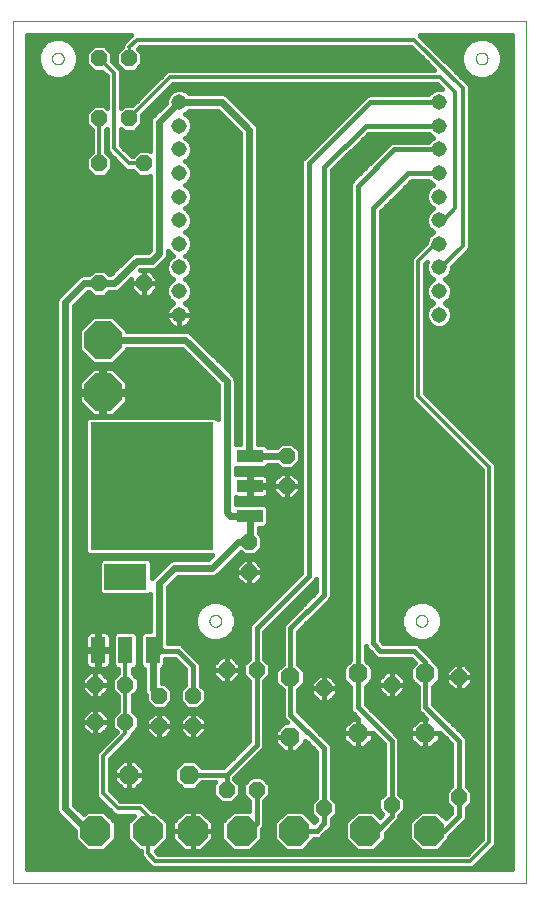
<source format=gtl>
G75*
%MOIN*%
%OFA0B0*%
%FSLAX25Y25*%
%IPPOS*%
%LPD*%
%AMOC8*
5,1,8,0,0,1.08239X$1,22.5*
%
%ADD10C,0.00000*%
%ADD11OC8,0.05200*%
%ADD12OC8,0.06300*%
%ADD13R,0.04799X0.08799*%
%ADD14R,0.14173X0.08661*%
%ADD15OC8,0.10000*%
%ADD16C,0.05150*%
%ADD17OC8,0.12500*%
%ADD18R,0.40984X0.42520*%
%ADD19R,0.08500X0.04200*%
%ADD20C,0.01600*%
%ADD21C,0.01200*%
%ADD22C,0.01000*%
%ADD23C,0.02400*%
D10*
X0001800Y0003050D02*
X0001800Y0290511D01*
X0173001Y0290511D01*
X0173001Y0003050D01*
X0001800Y0003050D01*
X0067331Y0090550D02*
X0067333Y0090638D01*
X0067339Y0090726D01*
X0067349Y0090814D01*
X0067363Y0090902D01*
X0067380Y0090988D01*
X0067402Y0091074D01*
X0067427Y0091158D01*
X0067457Y0091242D01*
X0067489Y0091324D01*
X0067526Y0091404D01*
X0067566Y0091483D01*
X0067610Y0091560D01*
X0067657Y0091635D01*
X0067707Y0091707D01*
X0067761Y0091778D01*
X0067817Y0091845D01*
X0067877Y0091911D01*
X0067939Y0091973D01*
X0068005Y0092033D01*
X0068072Y0092089D01*
X0068143Y0092143D01*
X0068215Y0092193D01*
X0068290Y0092240D01*
X0068367Y0092284D01*
X0068446Y0092324D01*
X0068526Y0092361D01*
X0068608Y0092393D01*
X0068692Y0092423D01*
X0068776Y0092448D01*
X0068862Y0092470D01*
X0068948Y0092487D01*
X0069036Y0092501D01*
X0069124Y0092511D01*
X0069212Y0092517D01*
X0069300Y0092519D01*
X0069388Y0092517D01*
X0069476Y0092511D01*
X0069564Y0092501D01*
X0069652Y0092487D01*
X0069738Y0092470D01*
X0069824Y0092448D01*
X0069908Y0092423D01*
X0069992Y0092393D01*
X0070074Y0092361D01*
X0070154Y0092324D01*
X0070233Y0092284D01*
X0070310Y0092240D01*
X0070385Y0092193D01*
X0070457Y0092143D01*
X0070528Y0092089D01*
X0070595Y0092033D01*
X0070661Y0091973D01*
X0070723Y0091911D01*
X0070783Y0091845D01*
X0070839Y0091778D01*
X0070893Y0091707D01*
X0070943Y0091635D01*
X0070990Y0091560D01*
X0071034Y0091483D01*
X0071074Y0091404D01*
X0071111Y0091324D01*
X0071143Y0091242D01*
X0071173Y0091158D01*
X0071198Y0091074D01*
X0071220Y0090988D01*
X0071237Y0090902D01*
X0071251Y0090814D01*
X0071261Y0090726D01*
X0071267Y0090638D01*
X0071269Y0090550D01*
X0071267Y0090462D01*
X0071261Y0090374D01*
X0071251Y0090286D01*
X0071237Y0090198D01*
X0071220Y0090112D01*
X0071198Y0090026D01*
X0071173Y0089942D01*
X0071143Y0089858D01*
X0071111Y0089776D01*
X0071074Y0089696D01*
X0071034Y0089617D01*
X0070990Y0089540D01*
X0070943Y0089465D01*
X0070893Y0089393D01*
X0070839Y0089322D01*
X0070783Y0089255D01*
X0070723Y0089189D01*
X0070661Y0089127D01*
X0070595Y0089067D01*
X0070528Y0089011D01*
X0070457Y0088957D01*
X0070385Y0088907D01*
X0070310Y0088860D01*
X0070233Y0088816D01*
X0070154Y0088776D01*
X0070074Y0088739D01*
X0069992Y0088707D01*
X0069908Y0088677D01*
X0069824Y0088652D01*
X0069738Y0088630D01*
X0069652Y0088613D01*
X0069564Y0088599D01*
X0069476Y0088589D01*
X0069388Y0088583D01*
X0069300Y0088581D01*
X0069212Y0088583D01*
X0069124Y0088589D01*
X0069036Y0088599D01*
X0068948Y0088613D01*
X0068862Y0088630D01*
X0068776Y0088652D01*
X0068692Y0088677D01*
X0068608Y0088707D01*
X0068526Y0088739D01*
X0068446Y0088776D01*
X0068367Y0088816D01*
X0068290Y0088860D01*
X0068215Y0088907D01*
X0068143Y0088957D01*
X0068072Y0089011D01*
X0068005Y0089067D01*
X0067939Y0089127D01*
X0067877Y0089189D01*
X0067817Y0089255D01*
X0067761Y0089322D01*
X0067707Y0089393D01*
X0067657Y0089465D01*
X0067610Y0089540D01*
X0067566Y0089617D01*
X0067526Y0089696D01*
X0067489Y0089776D01*
X0067457Y0089858D01*
X0067427Y0089942D01*
X0067402Y0090026D01*
X0067380Y0090112D01*
X0067363Y0090198D01*
X0067349Y0090286D01*
X0067339Y0090374D01*
X0067333Y0090462D01*
X0067331Y0090550D01*
X0136081Y0090550D02*
X0136083Y0090638D01*
X0136089Y0090726D01*
X0136099Y0090814D01*
X0136113Y0090902D01*
X0136130Y0090988D01*
X0136152Y0091074D01*
X0136177Y0091158D01*
X0136207Y0091242D01*
X0136239Y0091324D01*
X0136276Y0091404D01*
X0136316Y0091483D01*
X0136360Y0091560D01*
X0136407Y0091635D01*
X0136457Y0091707D01*
X0136511Y0091778D01*
X0136567Y0091845D01*
X0136627Y0091911D01*
X0136689Y0091973D01*
X0136755Y0092033D01*
X0136822Y0092089D01*
X0136893Y0092143D01*
X0136965Y0092193D01*
X0137040Y0092240D01*
X0137117Y0092284D01*
X0137196Y0092324D01*
X0137276Y0092361D01*
X0137358Y0092393D01*
X0137442Y0092423D01*
X0137526Y0092448D01*
X0137612Y0092470D01*
X0137698Y0092487D01*
X0137786Y0092501D01*
X0137874Y0092511D01*
X0137962Y0092517D01*
X0138050Y0092519D01*
X0138138Y0092517D01*
X0138226Y0092511D01*
X0138314Y0092501D01*
X0138402Y0092487D01*
X0138488Y0092470D01*
X0138574Y0092448D01*
X0138658Y0092423D01*
X0138742Y0092393D01*
X0138824Y0092361D01*
X0138904Y0092324D01*
X0138983Y0092284D01*
X0139060Y0092240D01*
X0139135Y0092193D01*
X0139207Y0092143D01*
X0139278Y0092089D01*
X0139345Y0092033D01*
X0139411Y0091973D01*
X0139473Y0091911D01*
X0139533Y0091845D01*
X0139589Y0091778D01*
X0139643Y0091707D01*
X0139693Y0091635D01*
X0139740Y0091560D01*
X0139784Y0091483D01*
X0139824Y0091404D01*
X0139861Y0091324D01*
X0139893Y0091242D01*
X0139923Y0091158D01*
X0139948Y0091074D01*
X0139970Y0090988D01*
X0139987Y0090902D01*
X0140001Y0090814D01*
X0140011Y0090726D01*
X0140017Y0090638D01*
X0140019Y0090550D01*
X0140017Y0090462D01*
X0140011Y0090374D01*
X0140001Y0090286D01*
X0139987Y0090198D01*
X0139970Y0090112D01*
X0139948Y0090026D01*
X0139923Y0089942D01*
X0139893Y0089858D01*
X0139861Y0089776D01*
X0139824Y0089696D01*
X0139784Y0089617D01*
X0139740Y0089540D01*
X0139693Y0089465D01*
X0139643Y0089393D01*
X0139589Y0089322D01*
X0139533Y0089255D01*
X0139473Y0089189D01*
X0139411Y0089127D01*
X0139345Y0089067D01*
X0139278Y0089011D01*
X0139207Y0088957D01*
X0139135Y0088907D01*
X0139060Y0088860D01*
X0138983Y0088816D01*
X0138904Y0088776D01*
X0138824Y0088739D01*
X0138742Y0088707D01*
X0138658Y0088677D01*
X0138574Y0088652D01*
X0138488Y0088630D01*
X0138402Y0088613D01*
X0138314Y0088599D01*
X0138226Y0088589D01*
X0138138Y0088583D01*
X0138050Y0088581D01*
X0137962Y0088583D01*
X0137874Y0088589D01*
X0137786Y0088599D01*
X0137698Y0088613D01*
X0137612Y0088630D01*
X0137526Y0088652D01*
X0137442Y0088677D01*
X0137358Y0088707D01*
X0137276Y0088739D01*
X0137196Y0088776D01*
X0137117Y0088816D01*
X0137040Y0088860D01*
X0136965Y0088907D01*
X0136893Y0088957D01*
X0136822Y0089011D01*
X0136755Y0089067D01*
X0136689Y0089127D01*
X0136627Y0089189D01*
X0136567Y0089255D01*
X0136511Y0089322D01*
X0136457Y0089393D01*
X0136407Y0089465D01*
X0136360Y0089540D01*
X0136316Y0089617D01*
X0136276Y0089696D01*
X0136239Y0089776D01*
X0136207Y0089858D01*
X0136177Y0089942D01*
X0136152Y0090026D01*
X0136130Y0090112D01*
X0136113Y0090198D01*
X0136099Y0090286D01*
X0136089Y0090374D01*
X0136083Y0090462D01*
X0136081Y0090550D01*
X0156081Y0278050D02*
X0156083Y0278138D01*
X0156089Y0278226D01*
X0156099Y0278314D01*
X0156113Y0278402D01*
X0156130Y0278488D01*
X0156152Y0278574D01*
X0156177Y0278658D01*
X0156207Y0278742D01*
X0156239Y0278824D01*
X0156276Y0278904D01*
X0156316Y0278983D01*
X0156360Y0279060D01*
X0156407Y0279135D01*
X0156457Y0279207D01*
X0156511Y0279278D01*
X0156567Y0279345D01*
X0156627Y0279411D01*
X0156689Y0279473D01*
X0156755Y0279533D01*
X0156822Y0279589D01*
X0156893Y0279643D01*
X0156965Y0279693D01*
X0157040Y0279740D01*
X0157117Y0279784D01*
X0157196Y0279824D01*
X0157276Y0279861D01*
X0157358Y0279893D01*
X0157442Y0279923D01*
X0157526Y0279948D01*
X0157612Y0279970D01*
X0157698Y0279987D01*
X0157786Y0280001D01*
X0157874Y0280011D01*
X0157962Y0280017D01*
X0158050Y0280019D01*
X0158138Y0280017D01*
X0158226Y0280011D01*
X0158314Y0280001D01*
X0158402Y0279987D01*
X0158488Y0279970D01*
X0158574Y0279948D01*
X0158658Y0279923D01*
X0158742Y0279893D01*
X0158824Y0279861D01*
X0158904Y0279824D01*
X0158983Y0279784D01*
X0159060Y0279740D01*
X0159135Y0279693D01*
X0159207Y0279643D01*
X0159278Y0279589D01*
X0159345Y0279533D01*
X0159411Y0279473D01*
X0159473Y0279411D01*
X0159533Y0279345D01*
X0159589Y0279278D01*
X0159643Y0279207D01*
X0159693Y0279135D01*
X0159740Y0279060D01*
X0159784Y0278983D01*
X0159824Y0278904D01*
X0159861Y0278824D01*
X0159893Y0278742D01*
X0159923Y0278658D01*
X0159948Y0278574D01*
X0159970Y0278488D01*
X0159987Y0278402D01*
X0160001Y0278314D01*
X0160011Y0278226D01*
X0160017Y0278138D01*
X0160019Y0278050D01*
X0160017Y0277962D01*
X0160011Y0277874D01*
X0160001Y0277786D01*
X0159987Y0277698D01*
X0159970Y0277612D01*
X0159948Y0277526D01*
X0159923Y0277442D01*
X0159893Y0277358D01*
X0159861Y0277276D01*
X0159824Y0277196D01*
X0159784Y0277117D01*
X0159740Y0277040D01*
X0159693Y0276965D01*
X0159643Y0276893D01*
X0159589Y0276822D01*
X0159533Y0276755D01*
X0159473Y0276689D01*
X0159411Y0276627D01*
X0159345Y0276567D01*
X0159278Y0276511D01*
X0159207Y0276457D01*
X0159135Y0276407D01*
X0159060Y0276360D01*
X0158983Y0276316D01*
X0158904Y0276276D01*
X0158824Y0276239D01*
X0158742Y0276207D01*
X0158658Y0276177D01*
X0158574Y0276152D01*
X0158488Y0276130D01*
X0158402Y0276113D01*
X0158314Y0276099D01*
X0158226Y0276089D01*
X0158138Y0276083D01*
X0158050Y0276081D01*
X0157962Y0276083D01*
X0157874Y0276089D01*
X0157786Y0276099D01*
X0157698Y0276113D01*
X0157612Y0276130D01*
X0157526Y0276152D01*
X0157442Y0276177D01*
X0157358Y0276207D01*
X0157276Y0276239D01*
X0157196Y0276276D01*
X0157117Y0276316D01*
X0157040Y0276360D01*
X0156965Y0276407D01*
X0156893Y0276457D01*
X0156822Y0276511D01*
X0156755Y0276567D01*
X0156689Y0276627D01*
X0156627Y0276689D01*
X0156567Y0276755D01*
X0156511Y0276822D01*
X0156457Y0276893D01*
X0156407Y0276965D01*
X0156360Y0277040D01*
X0156316Y0277117D01*
X0156276Y0277196D01*
X0156239Y0277276D01*
X0156207Y0277358D01*
X0156177Y0277442D01*
X0156152Y0277526D01*
X0156130Y0277612D01*
X0156113Y0277698D01*
X0156099Y0277786D01*
X0156089Y0277874D01*
X0156083Y0277962D01*
X0156081Y0278050D01*
X0014831Y0278050D02*
X0014833Y0278138D01*
X0014839Y0278226D01*
X0014849Y0278314D01*
X0014863Y0278402D01*
X0014880Y0278488D01*
X0014902Y0278574D01*
X0014927Y0278658D01*
X0014957Y0278742D01*
X0014989Y0278824D01*
X0015026Y0278904D01*
X0015066Y0278983D01*
X0015110Y0279060D01*
X0015157Y0279135D01*
X0015207Y0279207D01*
X0015261Y0279278D01*
X0015317Y0279345D01*
X0015377Y0279411D01*
X0015439Y0279473D01*
X0015505Y0279533D01*
X0015572Y0279589D01*
X0015643Y0279643D01*
X0015715Y0279693D01*
X0015790Y0279740D01*
X0015867Y0279784D01*
X0015946Y0279824D01*
X0016026Y0279861D01*
X0016108Y0279893D01*
X0016192Y0279923D01*
X0016276Y0279948D01*
X0016362Y0279970D01*
X0016448Y0279987D01*
X0016536Y0280001D01*
X0016624Y0280011D01*
X0016712Y0280017D01*
X0016800Y0280019D01*
X0016888Y0280017D01*
X0016976Y0280011D01*
X0017064Y0280001D01*
X0017152Y0279987D01*
X0017238Y0279970D01*
X0017324Y0279948D01*
X0017408Y0279923D01*
X0017492Y0279893D01*
X0017574Y0279861D01*
X0017654Y0279824D01*
X0017733Y0279784D01*
X0017810Y0279740D01*
X0017885Y0279693D01*
X0017957Y0279643D01*
X0018028Y0279589D01*
X0018095Y0279533D01*
X0018161Y0279473D01*
X0018223Y0279411D01*
X0018283Y0279345D01*
X0018339Y0279278D01*
X0018393Y0279207D01*
X0018443Y0279135D01*
X0018490Y0279060D01*
X0018534Y0278983D01*
X0018574Y0278904D01*
X0018611Y0278824D01*
X0018643Y0278742D01*
X0018673Y0278658D01*
X0018698Y0278574D01*
X0018720Y0278488D01*
X0018737Y0278402D01*
X0018751Y0278314D01*
X0018761Y0278226D01*
X0018767Y0278138D01*
X0018769Y0278050D01*
X0018767Y0277962D01*
X0018761Y0277874D01*
X0018751Y0277786D01*
X0018737Y0277698D01*
X0018720Y0277612D01*
X0018698Y0277526D01*
X0018673Y0277442D01*
X0018643Y0277358D01*
X0018611Y0277276D01*
X0018574Y0277196D01*
X0018534Y0277117D01*
X0018490Y0277040D01*
X0018443Y0276965D01*
X0018393Y0276893D01*
X0018339Y0276822D01*
X0018283Y0276755D01*
X0018223Y0276689D01*
X0018161Y0276627D01*
X0018095Y0276567D01*
X0018028Y0276511D01*
X0017957Y0276457D01*
X0017885Y0276407D01*
X0017810Y0276360D01*
X0017733Y0276316D01*
X0017654Y0276276D01*
X0017574Y0276239D01*
X0017492Y0276207D01*
X0017408Y0276177D01*
X0017324Y0276152D01*
X0017238Y0276130D01*
X0017152Y0276113D01*
X0017064Y0276099D01*
X0016976Y0276089D01*
X0016888Y0276083D01*
X0016800Y0276081D01*
X0016712Y0276083D01*
X0016624Y0276089D01*
X0016536Y0276099D01*
X0016448Y0276113D01*
X0016362Y0276130D01*
X0016276Y0276152D01*
X0016192Y0276177D01*
X0016108Y0276207D01*
X0016026Y0276239D01*
X0015946Y0276276D01*
X0015867Y0276316D01*
X0015790Y0276360D01*
X0015715Y0276407D01*
X0015643Y0276457D01*
X0015572Y0276511D01*
X0015505Y0276567D01*
X0015439Y0276627D01*
X0015377Y0276689D01*
X0015317Y0276755D01*
X0015261Y0276822D01*
X0015207Y0276893D01*
X0015157Y0276965D01*
X0015110Y0277040D01*
X0015066Y0277117D01*
X0015026Y0277196D01*
X0014989Y0277276D01*
X0014957Y0277358D01*
X0014927Y0277442D01*
X0014902Y0277526D01*
X0014880Y0277612D01*
X0014863Y0277698D01*
X0014849Y0277786D01*
X0014839Y0277874D01*
X0014833Y0277962D01*
X0014831Y0278050D01*
D11*
X0030550Y0278050D03*
X0040550Y0278050D03*
X0040550Y0258050D03*
X0045550Y0243050D03*
X0030550Y0243050D03*
X0030550Y0258050D03*
X0030550Y0203050D03*
X0045550Y0203050D03*
X0093050Y0145550D03*
X0093050Y0135550D03*
X0080550Y0116800D03*
X0080550Y0106800D03*
X0083050Y0074300D03*
X0073050Y0074300D03*
X0061800Y0065550D03*
X0061800Y0055550D03*
X0050550Y0055550D03*
X0050550Y0065550D03*
X0039300Y0069300D03*
X0039300Y0056800D03*
X0029300Y0056800D03*
X0029300Y0069300D03*
X0073050Y0034300D03*
X0083050Y0034300D03*
X0105550Y0028050D03*
X0128050Y0029300D03*
X0150550Y0031800D03*
X0128050Y0069300D03*
X0105550Y0068050D03*
X0150550Y0071800D03*
D12*
X0139300Y0073050D03*
X0139300Y0053050D03*
X0116800Y0053050D03*
X0116800Y0073050D03*
X0094300Y0071800D03*
X0094300Y0051800D03*
X0060550Y0039300D03*
X0040550Y0039300D03*
D13*
X0039300Y0080849D03*
X0030202Y0080849D03*
X0048398Y0080849D03*
D14*
X0039300Y0105251D03*
D15*
X0046800Y0020550D03*
X0061800Y0020550D03*
X0078050Y0020550D03*
X0095550Y0020550D03*
X0119300Y0020550D03*
X0140550Y0020550D03*
X0029300Y0020550D03*
D16*
X0057243Y0192617D03*
X0057243Y0200491D03*
X0057243Y0208365D03*
X0057243Y0216239D03*
X0057243Y0224113D03*
X0057243Y0231987D03*
X0057243Y0239861D03*
X0057243Y0247735D03*
X0057243Y0255609D03*
X0057243Y0263483D03*
X0143857Y0263483D03*
X0143857Y0255609D03*
X0143857Y0247735D03*
X0143857Y0239861D03*
X0143857Y0231987D03*
X0143857Y0224113D03*
X0143857Y0216239D03*
X0143857Y0208365D03*
X0143857Y0200491D03*
X0143857Y0192617D03*
D17*
X0031800Y0184300D03*
X0031800Y0166800D03*
D18*
X0048050Y0135550D03*
D19*
X0080850Y0135550D03*
X0080850Y0145550D03*
X0080850Y0125550D03*
D20*
X0083850Y0121650D02*
X0083850Y0119723D01*
X0084950Y0118623D01*
X0084950Y0114977D01*
X0082373Y0112400D01*
X0078727Y0112400D01*
X0077685Y0113442D01*
X0070593Y0106351D01*
X0069749Y0105507D01*
X0068647Y0105050D01*
X0056793Y0105050D01*
X0053550Y0101807D01*
X0053550Y0083150D01*
X0057317Y0083150D01*
X0058273Y0082754D01*
X0059004Y0082023D01*
X0064004Y0077023D01*
X0064400Y0076067D01*
X0064400Y0069173D01*
X0066200Y0067373D01*
X0066200Y0063727D01*
X0063623Y0061150D01*
X0059977Y0061150D01*
X0057400Y0063727D01*
X0057400Y0067373D01*
X0059200Y0069173D01*
X0059200Y0074473D01*
X0055723Y0077950D01*
X0052598Y0077950D01*
X0052598Y0075704D01*
X0051544Y0074650D01*
X0051398Y0074650D01*
X0051398Y0069950D01*
X0052373Y0069950D01*
X0054950Y0067373D01*
X0054950Y0063727D01*
X0052373Y0061150D01*
X0048727Y0061150D01*
X0046150Y0063727D01*
X0046150Y0065707D01*
X0045855Y0066002D01*
X0045398Y0067105D01*
X0045398Y0074650D01*
X0045253Y0074650D01*
X0044199Y0075704D01*
X0044199Y0085994D01*
X0045253Y0087049D01*
X0047550Y0087049D01*
X0047550Y0099538D01*
X0047132Y0099120D01*
X0031468Y0099120D01*
X0030413Y0100174D01*
X0030413Y0110327D01*
X0031468Y0111381D01*
X0047132Y0111381D01*
X0048187Y0110327D01*
X0048187Y0104929D01*
X0048851Y0105593D01*
X0053851Y0110593D01*
X0054953Y0111050D01*
X0066807Y0111050D01*
X0068248Y0112490D01*
X0026812Y0112490D01*
X0025758Y0113545D01*
X0025758Y0157555D01*
X0026812Y0158610D01*
X0069288Y0158610D01*
X0070050Y0157848D01*
X0070050Y0169307D01*
X0058057Y0181300D01*
X0039850Y0181300D01*
X0039850Y0180966D01*
X0035134Y0176250D01*
X0028466Y0176250D01*
X0023750Y0180966D01*
X0023750Y0187634D01*
X0028466Y0192350D01*
X0035134Y0192350D01*
X0039850Y0187634D01*
X0039850Y0187300D01*
X0059897Y0187300D01*
X0060999Y0186843D01*
X0074749Y0173093D01*
X0075593Y0172249D01*
X0076050Y0171147D01*
X0076050Y0149450D01*
X0077550Y0149450D01*
X0077550Y0253057D01*
X0070124Y0260483D01*
X0060430Y0260483D01*
X0059721Y0259774D01*
X0059170Y0259546D01*
X0059721Y0259318D01*
X0060952Y0258087D01*
X0061618Y0256479D01*
X0061618Y0254739D01*
X0060952Y0253131D01*
X0059721Y0251900D01*
X0059170Y0251672D01*
X0059721Y0251444D01*
X0060952Y0250213D01*
X0061618Y0248605D01*
X0061618Y0246865D01*
X0060952Y0245257D01*
X0059721Y0244026D01*
X0059170Y0243798D01*
X0059721Y0243570D01*
X0060952Y0242339D01*
X0061618Y0240731D01*
X0061618Y0238991D01*
X0060952Y0237383D01*
X0059721Y0236152D01*
X0059170Y0235924D01*
X0059721Y0235696D01*
X0060952Y0234465D01*
X0061618Y0232857D01*
X0061618Y0231117D01*
X0060952Y0229509D01*
X0059721Y0228278D01*
X0059170Y0228050D01*
X0059721Y0227822D01*
X0060952Y0226591D01*
X0061618Y0224983D01*
X0061618Y0223243D01*
X0060952Y0221635D01*
X0059721Y0220404D01*
X0059170Y0220176D01*
X0059721Y0219948D01*
X0060952Y0218717D01*
X0061618Y0217109D01*
X0061618Y0215369D01*
X0060952Y0213761D01*
X0059721Y0212530D01*
X0059170Y0212302D01*
X0059721Y0212074D01*
X0060952Y0210843D01*
X0061618Y0209235D01*
X0061618Y0207495D01*
X0060952Y0205887D01*
X0059721Y0204656D01*
X0059170Y0204428D01*
X0059721Y0204200D01*
X0060952Y0202969D01*
X0061618Y0201361D01*
X0061618Y0199621D01*
X0060952Y0198013D01*
X0059721Y0196782D01*
X0059160Y0196550D01*
X0059536Y0196359D01*
X0060093Y0195954D01*
X0060580Y0195467D01*
X0060985Y0194910D01*
X0061297Y0194296D01*
X0061510Y0193641D01*
X0061618Y0192961D01*
X0061618Y0192617D01*
X0057243Y0192617D01*
X0057243Y0192617D01*
X0061618Y0192617D01*
X0061618Y0192273D01*
X0061510Y0191592D01*
X0061297Y0190938D01*
X0060985Y0190324D01*
X0060580Y0189767D01*
X0060093Y0189280D01*
X0059536Y0188875D01*
X0058922Y0188563D01*
X0058267Y0188350D01*
X0057587Y0188242D01*
X0057243Y0188242D01*
X0057243Y0192617D01*
X0057243Y0192617D01*
X0057243Y0192617D01*
X0052868Y0192617D01*
X0052868Y0192961D01*
X0052976Y0193641D01*
X0053189Y0194296D01*
X0053501Y0194910D01*
X0053906Y0195467D01*
X0054393Y0195954D01*
X0054950Y0196359D01*
X0055326Y0196550D01*
X0054765Y0196782D01*
X0053534Y0198013D01*
X0052868Y0199621D01*
X0052868Y0201361D01*
X0053534Y0202969D01*
X0054765Y0204200D01*
X0055316Y0204428D01*
X0054765Y0204656D01*
X0053534Y0205887D01*
X0052868Y0207495D01*
X0052868Y0209235D01*
X0053534Y0210843D01*
X0054765Y0212074D01*
X0055316Y0212302D01*
X0054765Y0212530D01*
X0053550Y0213745D01*
X0053550Y0212453D01*
X0053093Y0211351D01*
X0052249Y0210507D01*
X0052249Y0210507D01*
X0050593Y0208851D01*
X0050593Y0208851D01*
X0049749Y0208007D01*
X0048647Y0207550D01*
X0044293Y0207550D01*
X0044193Y0207450D01*
X0045550Y0207450D01*
X0045550Y0203050D01*
X0045550Y0203050D01*
X0049950Y0203050D01*
X0049950Y0204873D01*
X0047373Y0207450D01*
X0045550Y0207450D01*
X0045550Y0203050D01*
X0045550Y0203050D01*
X0049950Y0203050D01*
X0049950Y0201227D01*
X0047373Y0198650D01*
X0045550Y0198650D01*
X0045550Y0203050D01*
X0045550Y0203050D01*
X0045550Y0203050D01*
X0041150Y0203050D01*
X0041150Y0204407D01*
X0037249Y0200507D01*
X0036147Y0200050D01*
X0033773Y0200050D01*
X0032373Y0198650D01*
X0028727Y0198650D01*
X0027327Y0200050D01*
X0026793Y0200050D01*
X0022300Y0195557D01*
X0022300Y0029293D01*
X0025363Y0026230D01*
X0026483Y0027350D01*
X0032117Y0027350D01*
X0036100Y0023367D01*
X0036100Y0017733D01*
X0032117Y0013750D01*
X0026483Y0013750D01*
X0022500Y0017733D01*
X0022500Y0020607D01*
X0017601Y0025507D01*
X0016757Y0026351D01*
X0016300Y0027453D01*
X0016300Y0197397D01*
X0016757Y0198499D01*
X0023851Y0205593D01*
X0024953Y0206050D01*
X0027327Y0206050D01*
X0028727Y0207450D01*
X0032373Y0207450D01*
X0033773Y0206050D01*
X0034307Y0206050D01*
X0040507Y0212249D01*
X0041351Y0213093D01*
X0042453Y0213550D01*
X0046807Y0213550D01*
X0047550Y0214293D01*
X0047550Y0238827D01*
X0047373Y0238650D01*
X0043727Y0238650D01*
X0041727Y0240650D01*
X0040073Y0240650D01*
X0039191Y0241015D01*
X0038515Y0241691D01*
X0038515Y0241691D01*
X0033515Y0246691D01*
X0033150Y0247573D01*
X0033150Y0254427D01*
X0032950Y0254227D01*
X0032950Y0246873D01*
X0034950Y0244873D01*
X0034950Y0241227D01*
X0032373Y0238650D01*
X0028727Y0238650D01*
X0026150Y0241227D01*
X0026150Y0244873D01*
X0028150Y0246873D01*
X0028150Y0254227D01*
X0026150Y0256227D01*
X0026150Y0259873D01*
X0028727Y0262450D01*
X0032373Y0262450D01*
X0033150Y0261673D01*
X0033150Y0272056D01*
X0031556Y0273650D01*
X0028727Y0273650D01*
X0026150Y0276227D01*
X0026150Y0279873D01*
X0028727Y0282450D01*
X0032373Y0282450D01*
X0034950Y0279873D01*
X0034950Y0277044D01*
X0036909Y0275085D01*
X0036909Y0275085D01*
X0037585Y0274409D01*
X0037950Y0273527D01*
X0037950Y0261673D01*
X0038727Y0262450D01*
X0041556Y0262450D01*
X0052941Y0273835D01*
X0053823Y0274200D01*
X0142256Y0274200D01*
X0134556Y0281900D01*
X0044044Y0281900D01*
X0043483Y0281339D01*
X0044950Y0279873D01*
X0044950Y0276227D01*
X0042373Y0273650D01*
X0038727Y0273650D01*
X0036150Y0276227D01*
X0036150Y0279873D01*
X0038150Y0281873D01*
X0038150Y0282277D01*
X0038250Y0282519D01*
X0038250Y0282753D01*
X0038415Y0282918D01*
X0038515Y0283159D01*
X0041067Y0285711D01*
X0006600Y0285711D01*
X0006600Y0007850D01*
X0168201Y0007850D01*
X0168201Y0285711D01*
X0137533Y0285711D01*
X0137585Y0285659D01*
X0153835Y0269409D01*
X0154200Y0268527D01*
X0154200Y0215073D01*
X0153835Y0214191D01*
X0153159Y0213515D01*
X0148232Y0208588D01*
X0148232Y0207495D01*
X0147566Y0205887D01*
X0146335Y0204656D01*
X0145784Y0204428D01*
X0146335Y0204200D01*
X0147566Y0202969D01*
X0148232Y0201361D01*
X0148232Y0199621D01*
X0147566Y0198013D01*
X0146335Y0196782D01*
X0145784Y0196554D01*
X0146335Y0196326D01*
X0147566Y0195095D01*
X0148232Y0193487D01*
X0148232Y0191747D01*
X0147566Y0190139D01*
X0146335Y0188908D01*
X0144727Y0188242D01*
X0142987Y0188242D01*
X0141379Y0188908D01*
X0140148Y0190139D01*
X0139482Y0191747D01*
X0139482Y0193487D01*
X0140148Y0195095D01*
X0141379Y0196326D01*
X0141930Y0196554D01*
X0141379Y0196782D01*
X0140148Y0198013D01*
X0139482Y0199621D01*
X0139482Y0201361D01*
X0140148Y0202969D01*
X0141379Y0204200D01*
X0141930Y0204428D01*
X0141379Y0204656D01*
X0140148Y0205887D01*
X0139482Y0207495D01*
X0139482Y0209235D01*
X0139909Y0210265D01*
X0139200Y0209556D01*
X0139200Y0166544D01*
X0161909Y0143835D01*
X0162585Y0143159D01*
X0162950Y0142277D01*
X0162950Y0016323D01*
X0162585Y0015441D01*
X0156335Y0009191D01*
X0155659Y0008515D01*
X0154777Y0008150D01*
X0048823Y0008150D01*
X0047941Y0008515D01*
X0045441Y0011015D01*
X0044765Y0011691D01*
X0044400Y0012573D01*
X0044400Y0013750D01*
X0043983Y0013750D01*
X0040000Y0017733D01*
X0040000Y0023367D01*
X0042283Y0025650D01*
X0036323Y0025650D01*
X0035441Y0026015D01*
X0034765Y0026691D01*
X0029765Y0031691D01*
X0029400Y0032573D01*
X0029400Y0046027D01*
X0029765Y0046909D01*
X0030441Y0047585D01*
X0036367Y0053511D01*
X0034900Y0054977D01*
X0034900Y0058623D01*
X0036900Y0060623D01*
X0036900Y0065477D01*
X0034900Y0067477D01*
X0034900Y0071123D01*
X0036900Y0073123D01*
X0036900Y0074650D01*
X0036155Y0074650D01*
X0035100Y0075704D01*
X0035100Y0085994D01*
X0036155Y0087049D01*
X0042445Y0087049D01*
X0043500Y0085994D01*
X0043500Y0075704D01*
X0042445Y0074650D01*
X0041700Y0074650D01*
X0041700Y0073123D01*
X0043700Y0071123D01*
X0043700Y0067477D01*
X0041700Y0065477D01*
X0041700Y0060623D01*
X0043700Y0058623D01*
X0043700Y0054977D01*
X0041700Y0052977D01*
X0041700Y0052573D01*
X0041335Y0051691D01*
X0034200Y0044556D01*
X0034200Y0034044D01*
X0037794Y0030450D01*
X0044777Y0030450D01*
X0045659Y0030085D01*
X0048159Y0027585D01*
X0048394Y0027350D01*
X0049617Y0027350D01*
X0053600Y0023367D01*
X0053600Y0017733D01*
X0049617Y0013750D01*
X0049494Y0013750D01*
X0050294Y0012950D01*
X0153306Y0012950D01*
X0158150Y0017794D01*
X0158150Y0140806D01*
X0134765Y0164191D01*
X0134400Y0165073D01*
X0134400Y0211027D01*
X0134765Y0211909D01*
X0135441Y0212585D01*
X0139482Y0216626D01*
X0139482Y0217109D01*
X0140148Y0218717D01*
X0141379Y0219948D01*
X0141930Y0220176D01*
X0141379Y0220404D01*
X0140148Y0221635D01*
X0139482Y0223243D01*
X0139482Y0224983D01*
X0140148Y0226591D01*
X0141379Y0227822D01*
X0141930Y0228050D01*
X0141379Y0228278D01*
X0140148Y0229509D01*
X0139482Y0231117D01*
X0139482Y0232857D01*
X0140148Y0234465D01*
X0141379Y0235696D01*
X0141930Y0235924D01*
X0141379Y0236152D01*
X0140270Y0237261D01*
X0134688Y0237261D01*
X0124400Y0226973D01*
X0124400Y0084127D01*
X0125377Y0083150D01*
X0136067Y0083150D01*
X0137023Y0082754D01*
X0137754Y0082023D01*
X0141504Y0078273D01*
X0141806Y0077545D01*
X0144250Y0075100D01*
X0144250Y0071000D01*
X0141900Y0068650D01*
X0141900Y0062877D01*
X0152023Y0052754D01*
X0152754Y0052023D01*
X0153150Y0051067D01*
X0153150Y0035423D01*
X0154950Y0033623D01*
X0154950Y0029977D01*
X0153150Y0028177D01*
X0153150Y0025033D01*
X0152754Y0024077D01*
X0147754Y0019077D01*
X0147350Y0018673D01*
X0147350Y0017733D01*
X0143367Y0013750D01*
X0137733Y0013750D01*
X0133750Y0017733D01*
X0133750Y0023367D01*
X0137733Y0027350D01*
X0143367Y0027350D01*
X0146020Y0024697D01*
X0147950Y0026627D01*
X0147950Y0028177D01*
X0146150Y0029977D01*
X0146150Y0033623D01*
X0147950Y0035423D01*
X0147950Y0049473D01*
X0144250Y0053173D01*
X0144250Y0053050D01*
X0139300Y0053050D01*
X0139300Y0053050D01*
X0139300Y0053050D01*
X0139300Y0058000D01*
X0139423Y0058000D01*
X0137096Y0060327D01*
X0136700Y0061283D01*
X0136700Y0068650D01*
X0134350Y0071000D01*
X0134350Y0075100D01*
X0135836Y0076587D01*
X0134473Y0077950D01*
X0123783Y0077950D01*
X0122827Y0078346D01*
X0120327Y0080846D01*
X0119596Y0081577D01*
X0119400Y0082050D01*
X0119400Y0077450D01*
X0121750Y0075100D01*
X0121750Y0071000D01*
X0119400Y0068650D01*
X0119400Y0062877D01*
X0129523Y0052754D01*
X0130254Y0052023D01*
X0130650Y0051067D01*
X0130650Y0032923D01*
X0132450Y0031123D01*
X0132450Y0027477D01*
X0130650Y0025677D01*
X0130650Y0025033D01*
X0130254Y0024077D01*
X0126100Y0019923D01*
X0126100Y0017733D01*
X0122117Y0013750D01*
X0116483Y0013750D01*
X0112500Y0017733D01*
X0112500Y0023367D01*
X0116483Y0027350D01*
X0122117Y0027350D01*
X0124145Y0025322D01*
X0124975Y0026152D01*
X0123650Y0027477D01*
X0123650Y0031123D01*
X0125450Y0032923D01*
X0125450Y0049473D01*
X0121750Y0053173D01*
X0121750Y0053050D01*
X0116800Y0053050D01*
X0116800Y0053050D01*
X0116800Y0053050D01*
X0116800Y0058000D01*
X0116923Y0058000D01*
X0114596Y0060327D01*
X0114200Y0061283D01*
X0114200Y0068650D01*
X0111850Y0071000D01*
X0111850Y0075100D01*
X0114200Y0077450D01*
X0114200Y0236067D01*
X0114596Y0237023D01*
X0115327Y0237754D01*
X0127512Y0249939D01*
X0128468Y0250335D01*
X0140270Y0250335D01*
X0141379Y0251444D01*
X0141930Y0251672D01*
X0141379Y0251900D01*
X0140270Y0253009D01*
X0120436Y0253009D01*
X0108150Y0240723D01*
X0108150Y0098783D01*
X0107754Y0097827D01*
X0096900Y0086973D01*
X0096900Y0076200D01*
X0099250Y0073850D01*
X0099250Y0069750D01*
X0096900Y0067400D01*
X0096900Y0060377D01*
X0107023Y0050254D01*
X0107754Y0049523D01*
X0108150Y0048567D01*
X0108150Y0031673D01*
X0109950Y0029873D01*
X0109950Y0026227D01*
X0108150Y0024427D01*
X0108150Y0022533D01*
X0107754Y0021577D01*
X0105254Y0019077D01*
X0104523Y0018346D01*
X0103567Y0017950D01*
X0102350Y0017950D01*
X0102350Y0017733D01*
X0098367Y0013750D01*
X0092733Y0013750D01*
X0088750Y0017733D01*
X0088750Y0023367D01*
X0092733Y0027350D01*
X0098367Y0027350D01*
X0102270Y0023447D01*
X0102950Y0024127D01*
X0102950Y0024427D01*
X0101150Y0026227D01*
X0101150Y0029873D01*
X0102950Y0031673D01*
X0102950Y0046973D01*
X0099250Y0050673D01*
X0099250Y0049750D01*
X0096350Y0046850D01*
X0094300Y0046850D01*
X0094300Y0051800D01*
X0094300Y0051800D01*
X0094300Y0051800D01*
X0089350Y0051800D01*
X0089350Y0053850D01*
X0092250Y0056750D01*
X0093173Y0056750D01*
X0092096Y0057827D01*
X0091700Y0058783D01*
X0091700Y0067400D01*
X0089350Y0069750D01*
X0089350Y0073850D01*
X0091700Y0076200D01*
X0091700Y0088567D01*
X0092096Y0089523D01*
X0092827Y0090254D01*
X0102950Y0100377D01*
X0102950Y0104550D01*
X0102754Y0104077D01*
X0085650Y0086973D01*
X0085650Y0077923D01*
X0087450Y0076123D01*
X0087450Y0072477D01*
X0085650Y0070677D01*
X0085650Y0048783D01*
X0085254Y0047827D01*
X0075650Y0038223D01*
X0075650Y0037923D01*
X0077450Y0036123D01*
X0077450Y0032477D01*
X0074873Y0029900D01*
X0071227Y0029900D01*
X0068650Y0032477D01*
X0068650Y0036123D01*
X0069227Y0036700D01*
X0064950Y0036700D01*
X0062600Y0034350D01*
X0058500Y0034350D01*
X0055600Y0037250D01*
X0055600Y0041350D01*
X0058500Y0044250D01*
X0062600Y0044250D01*
X0064950Y0041900D01*
X0071973Y0041900D01*
X0080450Y0050377D01*
X0080450Y0070677D01*
X0078650Y0072477D01*
X0078650Y0076123D01*
X0080450Y0077923D01*
X0080450Y0088567D01*
X0080846Y0089523D01*
X0081577Y0090254D01*
X0097950Y0106627D01*
X0097950Y0243567D01*
X0098346Y0244523D01*
X0099077Y0245254D01*
X0119510Y0265687D01*
X0120466Y0266083D01*
X0140270Y0266083D01*
X0141379Y0267192D01*
X0142987Y0267858D01*
X0144727Y0267858D01*
X0144933Y0267772D01*
X0143306Y0269400D01*
X0055294Y0269400D01*
X0044950Y0259056D01*
X0044950Y0256227D01*
X0042373Y0253650D01*
X0038727Y0253650D01*
X0037950Y0254427D01*
X0037950Y0249044D01*
X0041544Y0245450D01*
X0041727Y0245450D01*
X0043727Y0247450D01*
X0047373Y0247450D01*
X0047550Y0247273D01*
X0047550Y0257387D01*
X0048007Y0258490D01*
X0052868Y0263351D01*
X0052868Y0264353D01*
X0053534Y0265961D01*
X0054765Y0267192D01*
X0056373Y0267858D01*
X0058113Y0267858D01*
X0059721Y0267192D01*
X0060430Y0266483D01*
X0071964Y0266483D01*
X0073066Y0266026D01*
X0082249Y0256843D01*
X0083093Y0255999D01*
X0083550Y0254897D01*
X0083550Y0149450D01*
X0085846Y0149450D01*
X0086746Y0148550D01*
X0089827Y0148550D01*
X0091227Y0149950D01*
X0094873Y0149950D01*
X0097450Y0147373D01*
X0097450Y0143727D01*
X0094873Y0141150D01*
X0091227Y0141150D01*
X0089827Y0142550D01*
X0086746Y0142550D01*
X0085846Y0141650D01*
X0076050Y0141650D01*
X0076050Y0139366D01*
X0076363Y0139450D01*
X0080600Y0139450D01*
X0080600Y0135800D01*
X0081100Y0135800D01*
X0081100Y0139450D01*
X0085337Y0139450D01*
X0085795Y0139327D01*
X0086205Y0139090D01*
X0086540Y0138755D01*
X0086777Y0138345D01*
X0086900Y0137887D01*
X0086900Y0135800D01*
X0081100Y0135800D01*
X0081100Y0135300D01*
X0086900Y0135300D01*
X0086900Y0133213D01*
X0086777Y0132755D01*
X0086540Y0132345D01*
X0086205Y0132010D01*
X0085795Y0131773D01*
X0085337Y0131650D01*
X0081100Y0131650D01*
X0081100Y0135300D01*
X0080600Y0135300D01*
X0080600Y0131650D01*
X0076363Y0131650D01*
X0076050Y0131734D01*
X0076050Y0129450D01*
X0085846Y0129450D01*
X0086900Y0128396D01*
X0086900Y0122704D01*
X0085846Y0121650D01*
X0083850Y0121650D01*
X0083850Y0120113D02*
X0097950Y0120113D01*
X0097950Y0118515D02*
X0084950Y0118515D01*
X0084950Y0116916D02*
X0097950Y0116916D01*
X0097950Y0115318D02*
X0084950Y0115318D01*
X0083692Y0113719D02*
X0097950Y0113719D01*
X0097950Y0112120D02*
X0076363Y0112120D01*
X0074765Y0110522D02*
X0078049Y0110522D01*
X0078727Y0111200D02*
X0076150Y0108623D01*
X0076150Y0106800D01*
X0080550Y0106800D01*
X0080550Y0106800D01*
X0080550Y0111200D01*
X0082373Y0111200D01*
X0084950Y0108623D01*
X0084950Y0106800D01*
X0080550Y0106800D01*
X0080550Y0106800D01*
X0080550Y0106800D01*
X0080550Y0111200D01*
X0078727Y0111200D01*
X0080550Y0110522D02*
X0080550Y0110522D01*
X0080550Y0108923D02*
X0080550Y0108923D01*
X0080550Y0107325D02*
X0080550Y0107325D01*
X0080550Y0106800D02*
X0076150Y0106800D01*
X0076150Y0104977D01*
X0078727Y0102400D01*
X0080550Y0102400D01*
X0082373Y0102400D01*
X0084950Y0104977D01*
X0084950Y0106800D01*
X0080550Y0106800D01*
X0080550Y0102400D01*
X0080550Y0106800D01*
X0080550Y0106800D01*
X0080550Y0105726D02*
X0080550Y0105726D01*
X0080550Y0104128D02*
X0080550Y0104128D01*
X0080550Y0102529D02*
X0080550Y0102529D01*
X0082502Y0102529D02*
X0093852Y0102529D01*
X0092254Y0100931D02*
X0053550Y0100931D01*
X0053550Y0099332D02*
X0090655Y0099332D01*
X0089057Y0097734D02*
X0053550Y0097734D01*
X0053550Y0096135D02*
X0065313Y0096135D01*
X0065466Y0096288D02*
X0063562Y0094384D01*
X0062531Y0091896D01*
X0062531Y0089204D01*
X0063562Y0086716D01*
X0065466Y0084812D01*
X0067954Y0083781D01*
X0070646Y0083781D01*
X0073134Y0084812D01*
X0075038Y0086716D01*
X0076068Y0089204D01*
X0076068Y0091896D01*
X0075038Y0094384D01*
X0073134Y0096288D01*
X0070646Y0097318D01*
X0067954Y0097318D01*
X0065466Y0096288D01*
X0063715Y0094537D02*
X0053550Y0094537D01*
X0053550Y0092938D02*
X0062963Y0092938D01*
X0062531Y0091340D02*
X0053550Y0091340D01*
X0053550Y0089741D02*
X0062531Y0089741D01*
X0062971Y0088143D02*
X0053550Y0088143D01*
X0053550Y0086544D02*
X0063734Y0086544D01*
X0065332Y0084946D02*
X0053550Y0084946D01*
X0053550Y0083347D02*
X0080450Y0083347D01*
X0080450Y0081749D02*
X0059278Y0081749D01*
X0060877Y0080150D02*
X0080450Y0080150D01*
X0080450Y0078552D02*
X0075021Y0078552D01*
X0074873Y0078700D02*
X0073050Y0078700D01*
X0073050Y0074300D01*
X0073050Y0074300D01*
X0077450Y0074300D01*
X0077450Y0076123D01*
X0074873Y0078700D01*
X0073050Y0078700D02*
X0073050Y0074300D01*
X0073050Y0074300D01*
X0073050Y0074300D01*
X0068650Y0074300D01*
X0068650Y0076123D01*
X0071227Y0078700D01*
X0073050Y0078700D01*
X0073050Y0078552D02*
X0073050Y0078552D01*
X0073050Y0076953D02*
X0073050Y0076953D01*
X0073050Y0075355D02*
X0073050Y0075355D01*
X0073050Y0074300D02*
X0068650Y0074300D01*
X0068650Y0072477D01*
X0071227Y0069900D01*
X0073050Y0069900D01*
X0074873Y0069900D01*
X0077450Y0072477D01*
X0077450Y0074300D01*
X0073050Y0074300D01*
X0073050Y0069900D01*
X0073050Y0074300D01*
X0073050Y0074300D01*
X0073050Y0073756D02*
X0073050Y0073756D01*
X0073050Y0072158D02*
X0073050Y0072158D01*
X0073050Y0070559D02*
X0073050Y0070559D01*
X0075532Y0070559D02*
X0080450Y0070559D01*
X0080450Y0068961D02*
X0064612Y0068961D01*
X0064400Y0070559D02*
X0070568Y0070559D01*
X0068970Y0072158D02*
X0064400Y0072158D01*
X0064400Y0073756D02*
X0068650Y0073756D01*
X0068650Y0075355D02*
X0064400Y0075355D01*
X0064033Y0076953D02*
X0069481Y0076953D01*
X0071079Y0078552D02*
X0062475Y0078552D01*
X0061800Y0075550D02*
X0056800Y0080550D01*
X0051800Y0080550D01*
X0050550Y0081800D01*
X0052598Y0076953D02*
X0056720Y0076953D01*
X0058318Y0075355D02*
X0052249Y0075355D01*
X0051398Y0073756D02*
X0059200Y0073756D01*
X0059200Y0072158D02*
X0051398Y0072158D01*
X0051398Y0070559D02*
X0059200Y0070559D01*
X0058988Y0068961D02*
X0053362Y0068961D01*
X0054950Y0067362D02*
X0057400Y0067362D01*
X0057400Y0065764D02*
X0054950Y0065764D01*
X0054950Y0064165D02*
X0057400Y0064165D01*
X0058561Y0062567D02*
X0053789Y0062567D01*
X0052373Y0059950D02*
X0050550Y0059950D01*
X0050550Y0055550D01*
X0050550Y0055550D01*
X0054950Y0055550D01*
X0054950Y0057373D01*
X0052373Y0059950D01*
X0052953Y0059370D02*
X0059397Y0059370D01*
X0059977Y0059950D02*
X0057400Y0057373D01*
X0057400Y0055550D01*
X0061800Y0055550D01*
X0061800Y0055550D01*
X0061800Y0059950D01*
X0063623Y0059950D01*
X0066200Y0057373D01*
X0066200Y0055550D01*
X0061800Y0055550D01*
X0061800Y0055550D01*
X0061800Y0055550D01*
X0061800Y0059950D01*
X0059977Y0059950D01*
X0061800Y0059370D02*
X0061800Y0059370D01*
X0061800Y0057771D02*
X0061800Y0057771D01*
X0061800Y0056173D02*
X0061800Y0056173D01*
X0061800Y0055550D02*
X0057400Y0055550D01*
X0057400Y0053727D01*
X0059977Y0051150D01*
X0061800Y0051150D01*
X0063623Y0051150D01*
X0066200Y0053727D01*
X0066200Y0055550D01*
X0061800Y0055550D01*
X0061800Y0051150D01*
X0061800Y0055550D01*
X0061800Y0055550D01*
X0061800Y0054574D02*
X0061800Y0054574D01*
X0061800Y0052976D02*
X0061800Y0052976D01*
X0061800Y0051377D02*
X0061800Y0051377D01*
X0063850Y0051377D02*
X0080450Y0051377D01*
X0080450Y0052976D02*
X0065448Y0052976D01*
X0066200Y0054574D02*
X0080450Y0054574D01*
X0080450Y0056173D02*
X0066200Y0056173D01*
X0065801Y0057771D02*
X0080450Y0057771D01*
X0080450Y0059370D02*
X0064203Y0059370D01*
X0065039Y0062567D02*
X0080450Y0062567D01*
X0080450Y0064165D02*
X0066200Y0064165D01*
X0066200Y0065764D02*
X0080450Y0065764D01*
X0080450Y0067362D02*
X0066200Y0067362D01*
X0061800Y0065550D02*
X0061800Y0075550D01*
X0073268Y0084946D02*
X0080450Y0084946D01*
X0080450Y0086544D02*
X0074866Y0086544D01*
X0075629Y0088143D02*
X0080450Y0088143D01*
X0081064Y0089741D02*
X0076068Y0089741D01*
X0076068Y0091340D02*
X0082663Y0091340D01*
X0084261Y0092938D02*
X0075637Y0092938D01*
X0074885Y0094537D02*
X0085860Y0094537D01*
X0087458Y0096135D02*
X0073287Y0096135D01*
X0078598Y0102529D02*
X0054272Y0102529D01*
X0055871Y0104128D02*
X0077000Y0104128D01*
X0076150Y0105726D02*
X0069969Y0105726D01*
X0071568Y0107325D02*
X0076150Y0107325D01*
X0076451Y0108923D02*
X0073166Y0108923D01*
X0067878Y0112120D02*
X0022300Y0112120D01*
X0022300Y0110522D02*
X0030608Y0110522D01*
X0030413Y0108923D02*
X0022300Y0108923D01*
X0022300Y0107325D02*
X0030413Y0107325D01*
X0030413Y0105726D02*
X0022300Y0105726D01*
X0022300Y0104128D02*
X0030413Y0104128D01*
X0030413Y0102529D02*
X0022300Y0102529D01*
X0022300Y0100931D02*
X0030413Y0100931D01*
X0031255Y0099332D02*
X0022300Y0099332D01*
X0022300Y0097734D02*
X0047550Y0097734D01*
X0047550Y0099332D02*
X0047345Y0099332D01*
X0047550Y0096135D02*
X0022300Y0096135D01*
X0022300Y0094537D02*
X0047550Y0094537D01*
X0047550Y0092938D02*
X0022300Y0092938D01*
X0022300Y0091340D02*
X0047550Y0091340D01*
X0047550Y0089741D02*
X0022300Y0089741D01*
X0022300Y0088143D02*
X0047550Y0088143D01*
X0044749Y0086544D02*
X0042950Y0086544D01*
X0043500Y0084946D02*
X0044199Y0084946D01*
X0044199Y0083347D02*
X0043500Y0083347D01*
X0043500Y0081749D02*
X0044199Y0081749D01*
X0044199Y0080150D02*
X0043500Y0080150D01*
X0043500Y0078552D02*
X0044199Y0078552D01*
X0044199Y0076953D02*
X0043500Y0076953D01*
X0043150Y0075355D02*
X0044548Y0075355D01*
X0045398Y0073756D02*
X0041700Y0073756D01*
X0042665Y0072158D02*
X0045398Y0072158D01*
X0045398Y0070559D02*
X0043700Y0070559D01*
X0043700Y0068961D02*
X0045398Y0068961D01*
X0045398Y0067362D02*
X0043585Y0067362D01*
X0041986Y0065764D02*
X0046094Y0065764D01*
X0046150Y0064165D02*
X0041700Y0064165D01*
X0041700Y0062567D02*
X0047311Y0062567D01*
X0048727Y0059950D02*
X0046150Y0057373D01*
X0046150Y0055550D01*
X0050550Y0055550D01*
X0050550Y0055550D01*
X0050550Y0055550D01*
X0050550Y0059950D01*
X0048727Y0059950D01*
X0048147Y0059370D02*
X0042953Y0059370D01*
X0043700Y0057771D02*
X0046549Y0057771D01*
X0046150Y0056173D02*
X0043700Y0056173D01*
X0043297Y0054574D02*
X0046150Y0054574D01*
X0046150Y0053727D02*
X0048727Y0051150D01*
X0050550Y0051150D01*
X0052373Y0051150D01*
X0054950Y0053727D01*
X0054950Y0055550D01*
X0050550Y0055550D01*
X0050550Y0051150D01*
X0050550Y0055550D01*
X0050550Y0055550D01*
X0046150Y0055550D01*
X0046150Y0053727D01*
X0046902Y0052976D02*
X0041700Y0052976D01*
X0041021Y0051377D02*
X0048500Y0051377D01*
X0050550Y0051377D02*
X0050550Y0051377D01*
X0050550Y0052976D02*
X0050550Y0052976D01*
X0050550Y0054574D02*
X0050550Y0054574D01*
X0050550Y0056173D02*
X0050550Y0056173D01*
X0050550Y0057771D02*
X0050550Y0057771D01*
X0050550Y0059370D02*
X0050550Y0059370D01*
X0054551Y0057771D02*
X0057799Y0057771D01*
X0057400Y0056173D02*
X0054950Y0056173D01*
X0054950Y0054574D02*
X0057400Y0054574D01*
X0058152Y0052976D02*
X0054198Y0052976D01*
X0052600Y0051377D02*
X0059750Y0051377D01*
X0057634Y0043384D02*
X0043466Y0043384D01*
X0042600Y0044250D02*
X0040550Y0044250D01*
X0040550Y0039300D01*
X0045500Y0039300D01*
X0045500Y0041350D01*
X0042600Y0044250D01*
X0040550Y0044250D02*
X0038500Y0044250D01*
X0035600Y0041350D01*
X0035600Y0039300D01*
X0040550Y0039300D01*
X0040550Y0039300D01*
X0040550Y0039300D01*
X0045500Y0039300D01*
X0045500Y0037250D01*
X0042600Y0034350D01*
X0040550Y0034350D01*
X0040550Y0039300D01*
X0040550Y0039300D01*
X0040550Y0039300D01*
X0040550Y0044250D01*
X0040550Y0043384D02*
X0040550Y0043384D01*
X0040550Y0041786D02*
X0040550Y0041786D01*
X0040550Y0040187D02*
X0040550Y0040187D01*
X0040550Y0039300D02*
X0035600Y0039300D01*
X0035600Y0037250D01*
X0038500Y0034350D01*
X0040550Y0034350D01*
X0040550Y0039300D01*
X0040550Y0038589D02*
X0040550Y0038589D01*
X0040550Y0036990D02*
X0040550Y0036990D01*
X0040550Y0035392D02*
X0040550Y0035392D01*
X0043642Y0035392D02*
X0057458Y0035392D01*
X0055859Y0036990D02*
X0045241Y0036990D01*
X0045500Y0038589D02*
X0055600Y0038589D01*
X0055600Y0040187D02*
X0045500Y0040187D01*
X0045064Y0041786D02*
X0056036Y0041786D01*
X0060550Y0039300D02*
X0073050Y0039300D01*
X0073050Y0034300D01*
X0075569Y0030596D02*
X0080450Y0030596D01*
X0080450Y0030677D02*
X0080450Y0027350D01*
X0075233Y0027350D01*
X0071250Y0023367D01*
X0071250Y0017733D01*
X0075233Y0013750D01*
X0080867Y0013750D01*
X0084850Y0017733D01*
X0084850Y0021173D01*
X0085254Y0021577D01*
X0085650Y0022533D01*
X0085650Y0030677D01*
X0087450Y0032477D01*
X0087450Y0036123D01*
X0084873Y0038700D01*
X0081227Y0038700D01*
X0078650Y0036123D01*
X0078650Y0032477D01*
X0080450Y0030677D01*
X0080450Y0028998D02*
X0046746Y0028998D01*
X0048345Y0027399D02*
X0080450Y0027399D01*
X0078933Y0032195D02*
X0077167Y0032195D01*
X0077450Y0033793D02*
X0078650Y0033793D01*
X0078650Y0035392D02*
X0077450Y0035392D01*
X0076582Y0036990D02*
X0079518Y0036990D01*
X0081116Y0038589D02*
X0076016Y0038589D01*
X0077614Y0040187D02*
X0102950Y0040187D01*
X0102950Y0038589D02*
X0084984Y0038589D01*
X0086582Y0036990D02*
X0102950Y0036990D01*
X0102950Y0035392D02*
X0087450Y0035392D01*
X0087450Y0033793D02*
X0102950Y0033793D01*
X0102950Y0032195D02*
X0087167Y0032195D01*
X0085650Y0030596D02*
X0101874Y0030596D01*
X0101150Y0028998D02*
X0085650Y0028998D01*
X0085650Y0027399D02*
X0101150Y0027399D01*
X0101577Y0025801D02*
X0099916Y0025801D01*
X0101514Y0024202D02*
X0102950Y0024202D01*
X0105550Y0023050D02*
X0103050Y0020550D01*
X0095550Y0020550D01*
X0091184Y0025801D02*
X0085650Y0025801D01*
X0085650Y0024202D02*
X0089586Y0024202D01*
X0088750Y0022604D02*
X0085650Y0022604D01*
X0084850Y0021005D02*
X0088750Y0021005D01*
X0088750Y0019407D02*
X0084850Y0019407D01*
X0084850Y0017808D02*
X0088750Y0017808D01*
X0090274Y0016210D02*
X0083326Y0016210D01*
X0081728Y0014611D02*
X0091872Y0014611D01*
X0099228Y0014611D02*
X0115622Y0014611D01*
X0114024Y0016210D02*
X0100826Y0016210D01*
X0102350Y0017808D02*
X0112500Y0017808D01*
X0112500Y0019407D02*
X0105584Y0019407D01*
X0107182Y0021005D02*
X0112500Y0021005D01*
X0112500Y0022604D02*
X0108150Y0022604D01*
X0108150Y0024202D02*
X0113336Y0024202D01*
X0114934Y0025801D02*
X0109523Y0025801D01*
X0109950Y0027399D02*
X0123728Y0027399D01*
X0123666Y0025801D02*
X0124624Y0025801D01*
X0123650Y0028998D02*
X0109950Y0028998D01*
X0109226Y0030596D02*
X0123650Y0030596D01*
X0124722Y0032195D02*
X0108150Y0032195D01*
X0108150Y0033793D02*
X0125450Y0033793D01*
X0125450Y0035392D02*
X0108150Y0035392D01*
X0108150Y0036990D02*
X0125450Y0036990D01*
X0125450Y0038589D02*
X0108150Y0038589D01*
X0108150Y0040187D02*
X0125450Y0040187D01*
X0125450Y0041786D02*
X0108150Y0041786D01*
X0108150Y0043384D02*
X0125450Y0043384D01*
X0125450Y0044983D02*
X0108150Y0044983D01*
X0108150Y0046582D02*
X0125450Y0046582D01*
X0125450Y0048180D02*
X0118930Y0048180D01*
X0118850Y0048100D02*
X0121750Y0051000D01*
X0121750Y0053050D01*
X0116800Y0053050D01*
X0116800Y0048100D01*
X0118850Y0048100D01*
X0116800Y0048100D02*
X0116800Y0053050D01*
X0116800Y0053050D01*
X0116800Y0053050D01*
X0111850Y0053050D01*
X0111850Y0055100D01*
X0114750Y0058000D01*
X0116800Y0058000D01*
X0116800Y0053050D01*
X0111850Y0053050D01*
X0111850Y0051000D01*
X0114750Y0048100D01*
X0116800Y0048100D01*
X0116800Y0048180D02*
X0116800Y0048180D01*
X0116800Y0049779D02*
X0116800Y0049779D01*
X0116800Y0051377D02*
X0116800Y0051377D01*
X0116800Y0052976D02*
X0116800Y0052976D01*
X0116800Y0054574D02*
X0116800Y0054574D01*
X0116800Y0056173D02*
X0116800Y0056173D01*
X0116800Y0057771D02*
X0116800Y0057771D01*
X0115553Y0059370D02*
X0097907Y0059370D01*
X0096900Y0060968D02*
X0114330Y0060968D01*
X0114200Y0062567D02*
X0096900Y0062567D01*
X0096900Y0064165D02*
X0103212Y0064165D01*
X0103727Y0063650D02*
X0101150Y0066227D01*
X0101150Y0068050D01*
X0105550Y0068050D01*
X0105550Y0068050D01*
X0105550Y0072450D01*
X0107373Y0072450D01*
X0109950Y0069873D01*
X0109950Y0068050D01*
X0105550Y0068050D01*
X0105550Y0068050D01*
X0105550Y0068050D01*
X0105550Y0072450D01*
X0103727Y0072450D01*
X0101150Y0069873D01*
X0101150Y0068050D01*
X0105550Y0068050D01*
X0109950Y0068050D01*
X0109950Y0066227D01*
X0107373Y0063650D01*
X0105550Y0063650D01*
X0105550Y0068050D01*
X0105550Y0068050D01*
X0105550Y0063650D01*
X0103727Y0063650D01*
X0105550Y0064165D02*
X0105550Y0064165D01*
X0105550Y0065764D02*
X0105550Y0065764D01*
X0105550Y0067362D02*
X0105550Y0067362D01*
X0105550Y0068961D02*
X0105550Y0068961D01*
X0105550Y0070559D02*
X0105550Y0070559D01*
X0105550Y0072158D02*
X0105550Y0072158D01*
X0103435Y0072158D02*
X0099250Y0072158D01*
X0099250Y0073756D02*
X0111850Y0073756D01*
X0111850Y0072158D02*
X0107665Y0072158D01*
X0109263Y0070559D02*
X0112290Y0070559D01*
X0113889Y0068961D02*
X0109950Y0068961D01*
X0109950Y0067362D02*
X0114200Y0067362D01*
X0114200Y0065764D02*
X0109486Y0065764D01*
X0107888Y0064165D02*
X0114200Y0064165D01*
X0116800Y0061800D02*
X0128050Y0050550D01*
X0128050Y0029300D01*
X0128050Y0025550D01*
X0123050Y0020550D01*
X0119300Y0020550D01*
X0124576Y0016210D02*
X0135274Y0016210D01*
X0133750Y0017808D02*
X0126100Y0017808D01*
X0126100Y0019407D02*
X0133750Y0019407D01*
X0133750Y0021005D02*
X0127182Y0021005D01*
X0128781Y0022604D02*
X0133750Y0022604D01*
X0134586Y0024202D02*
X0130306Y0024202D01*
X0130773Y0025801D02*
X0136184Y0025801D01*
X0132372Y0027399D02*
X0147950Y0027399D01*
X0147130Y0028998D02*
X0132450Y0028998D01*
X0132450Y0030596D02*
X0146150Y0030596D01*
X0146150Y0032195D02*
X0131378Y0032195D01*
X0130650Y0033793D02*
X0146321Y0033793D01*
X0147919Y0035392D02*
X0130650Y0035392D01*
X0130650Y0036990D02*
X0147950Y0036990D01*
X0147950Y0038589D02*
X0130650Y0038589D01*
X0130650Y0040187D02*
X0147950Y0040187D01*
X0147950Y0041786D02*
X0130650Y0041786D01*
X0130650Y0043384D02*
X0147950Y0043384D01*
X0147950Y0044983D02*
X0130650Y0044983D01*
X0130650Y0046582D02*
X0147950Y0046582D01*
X0147950Y0048180D02*
X0141430Y0048180D01*
X0141350Y0048100D02*
X0144250Y0051000D01*
X0144250Y0053050D01*
X0139300Y0053050D01*
X0139300Y0048100D01*
X0141350Y0048100D01*
X0139300Y0048100D02*
X0139300Y0053050D01*
X0139300Y0053050D01*
X0139300Y0053050D01*
X0134350Y0053050D01*
X0134350Y0055100D01*
X0137250Y0058000D01*
X0139300Y0058000D01*
X0139300Y0053050D01*
X0134350Y0053050D01*
X0134350Y0051000D01*
X0137250Y0048100D01*
X0139300Y0048100D01*
X0139300Y0048180D02*
X0139300Y0048180D01*
X0139300Y0049779D02*
X0139300Y0049779D01*
X0139300Y0051377D02*
X0139300Y0051377D01*
X0139300Y0052976D02*
X0139300Y0052976D01*
X0139300Y0054574D02*
X0139300Y0054574D01*
X0139300Y0056173D02*
X0139300Y0056173D01*
X0139300Y0057771D02*
X0139300Y0057771D01*
X0138053Y0059370D02*
X0122907Y0059370D01*
X0121309Y0060968D02*
X0136830Y0060968D01*
X0136700Y0062567D02*
X0119710Y0062567D01*
X0119400Y0064165D02*
X0136700Y0064165D01*
X0136700Y0065764D02*
X0130736Y0065764D01*
X0129873Y0064900D02*
X0132450Y0067477D01*
X0132450Y0069300D01*
X0132450Y0071123D01*
X0129873Y0073700D01*
X0128050Y0073700D01*
X0128050Y0069300D01*
X0128050Y0069300D01*
X0132450Y0069300D01*
X0128050Y0069300D01*
X0128050Y0069300D01*
X0128050Y0069300D01*
X0123650Y0069300D01*
X0123650Y0071123D01*
X0126227Y0073700D01*
X0128050Y0073700D01*
X0128050Y0069300D01*
X0128050Y0064900D01*
X0129873Y0064900D01*
X0128050Y0064900D02*
X0128050Y0069300D01*
X0128050Y0069300D01*
X0123650Y0069300D01*
X0123650Y0067477D01*
X0126227Y0064900D01*
X0128050Y0064900D01*
X0128050Y0065764D02*
X0128050Y0065764D01*
X0128050Y0067362D02*
X0128050Y0067362D01*
X0128050Y0068961D02*
X0128050Y0068961D01*
X0128050Y0070559D02*
X0128050Y0070559D01*
X0128050Y0072158D02*
X0128050Y0072158D01*
X0131415Y0072158D02*
X0134350Y0072158D01*
X0134350Y0073756D02*
X0121750Y0073756D01*
X0121750Y0072158D02*
X0124685Y0072158D01*
X0123650Y0070559D02*
X0121310Y0070559D01*
X0119711Y0068961D02*
X0123650Y0068961D01*
X0123765Y0067362D02*
X0119400Y0067362D01*
X0119400Y0065764D02*
X0125364Y0065764D01*
X0124506Y0057771D02*
X0137021Y0057771D01*
X0135422Y0056173D02*
X0126104Y0056173D01*
X0127703Y0054574D02*
X0134350Y0054574D01*
X0134350Y0052976D02*
X0129301Y0052976D01*
X0130522Y0051377D02*
X0134350Y0051377D01*
X0135571Y0049779D02*
X0130650Y0049779D01*
X0130650Y0048180D02*
X0137170Y0048180D01*
X0143029Y0049779D02*
X0147645Y0049779D01*
X0146046Y0051377D02*
X0144250Y0051377D01*
X0144250Y0052976D02*
X0144447Y0052976D01*
X0147006Y0057771D02*
X0158150Y0057771D01*
X0158150Y0056173D02*
X0148604Y0056173D01*
X0150203Y0054574D02*
X0158150Y0054574D01*
X0158150Y0052976D02*
X0151801Y0052976D01*
X0153022Y0051377D02*
X0158150Y0051377D01*
X0158150Y0049779D02*
X0153150Y0049779D01*
X0153150Y0048180D02*
X0158150Y0048180D01*
X0158150Y0046582D02*
X0153150Y0046582D01*
X0153150Y0044983D02*
X0158150Y0044983D01*
X0158150Y0043384D02*
X0153150Y0043384D01*
X0153150Y0041786D02*
X0158150Y0041786D01*
X0158150Y0040187D02*
X0153150Y0040187D01*
X0153150Y0038589D02*
X0158150Y0038589D01*
X0158150Y0036990D02*
X0153150Y0036990D01*
X0153181Y0035392D02*
X0158150Y0035392D01*
X0158150Y0033793D02*
X0154779Y0033793D01*
X0154950Y0032195D02*
X0158150Y0032195D01*
X0158150Y0030596D02*
X0154950Y0030596D01*
X0153970Y0028998D02*
X0158150Y0028998D01*
X0158150Y0027399D02*
X0153150Y0027399D01*
X0153150Y0025801D02*
X0158150Y0025801D01*
X0158150Y0024202D02*
X0152806Y0024202D01*
X0151281Y0022604D02*
X0158150Y0022604D01*
X0158150Y0021005D02*
X0149682Y0021005D01*
X0148084Y0019407D02*
X0158150Y0019407D01*
X0158150Y0017808D02*
X0147350Y0017808D01*
X0145826Y0016210D02*
X0156566Y0016210D01*
X0154967Y0014611D02*
X0144228Y0014611D01*
X0145550Y0020550D02*
X0140550Y0020550D01*
X0145550Y0020550D02*
X0150550Y0025550D01*
X0150550Y0031800D01*
X0150550Y0050550D01*
X0139300Y0061800D01*
X0139300Y0073050D01*
X0139300Y0076800D01*
X0135550Y0080550D01*
X0124300Y0080550D01*
X0121800Y0083050D01*
X0121800Y0101800D01*
X0121800Y0104300D01*
X0121800Y0228050D01*
X0133611Y0239861D01*
X0143857Y0239861D01*
X0140727Y0236804D02*
X0134231Y0236804D01*
X0132633Y0235206D02*
X0140889Y0235206D01*
X0139793Y0233607D02*
X0131034Y0233607D01*
X0129436Y0232009D02*
X0139482Y0232009D01*
X0139775Y0230410D02*
X0127837Y0230410D01*
X0126239Y0228812D02*
X0140845Y0228812D01*
X0140770Y0227213D02*
X0124640Y0227213D01*
X0124400Y0225615D02*
X0139744Y0225615D01*
X0139482Y0224016D02*
X0124400Y0224016D01*
X0124400Y0222418D02*
X0139824Y0222418D01*
X0140964Y0220819D02*
X0124400Y0220819D01*
X0124400Y0219221D02*
X0140652Y0219221D01*
X0139695Y0217622D02*
X0124400Y0217622D01*
X0124400Y0216024D02*
X0138880Y0216024D01*
X0137281Y0214425D02*
X0124400Y0214425D01*
X0124400Y0212827D02*
X0135683Y0212827D01*
X0134483Y0211228D02*
X0124400Y0211228D01*
X0124400Y0209630D02*
X0134400Y0209630D01*
X0134400Y0208031D02*
X0124400Y0208031D01*
X0124400Y0206433D02*
X0134400Y0206433D01*
X0134400Y0204834D02*
X0124400Y0204834D01*
X0124400Y0203236D02*
X0134400Y0203236D01*
X0134400Y0201637D02*
X0124400Y0201637D01*
X0124400Y0200039D02*
X0134400Y0200039D01*
X0134400Y0198440D02*
X0124400Y0198440D01*
X0124400Y0196842D02*
X0134400Y0196842D01*
X0134400Y0195243D02*
X0124400Y0195243D01*
X0124400Y0193645D02*
X0134400Y0193645D01*
X0134400Y0192046D02*
X0124400Y0192046D01*
X0124400Y0190448D02*
X0134400Y0190448D01*
X0134400Y0188849D02*
X0124400Y0188849D01*
X0124400Y0187251D02*
X0134400Y0187251D01*
X0134400Y0185652D02*
X0124400Y0185652D01*
X0124400Y0184053D02*
X0134400Y0184053D01*
X0134400Y0182455D02*
X0124400Y0182455D01*
X0124400Y0180856D02*
X0134400Y0180856D01*
X0134400Y0179258D02*
X0124400Y0179258D01*
X0124400Y0177659D02*
X0134400Y0177659D01*
X0134400Y0176061D02*
X0124400Y0176061D01*
X0124400Y0174462D02*
X0134400Y0174462D01*
X0134400Y0172864D02*
X0124400Y0172864D01*
X0124400Y0171265D02*
X0134400Y0171265D01*
X0134400Y0169667D02*
X0124400Y0169667D01*
X0124400Y0168068D02*
X0134400Y0168068D01*
X0134400Y0166470D02*
X0124400Y0166470D01*
X0124400Y0164871D02*
X0134483Y0164871D01*
X0135683Y0163273D02*
X0124400Y0163273D01*
X0124400Y0161674D02*
X0137282Y0161674D01*
X0138880Y0160076D02*
X0124400Y0160076D01*
X0124400Y0158477D02*
X0140479Y0158477D01*
X0142077Y0156879D02*
X0124400Y0156879D01*
X0124400Y0155280D02*
X0143676Y0155280D01*
X0145274Y0153682D02*
X0124400Y0153682D01*
X0124400Y0152083D02*
X0146873Y0152083D01*
X0148471Y0150485D02*
X0124400Y0150485D01*
X0124400Y0148886D02*
X0150070Y0148886D01*
X0151668Y0147288D02*
X0124400Y0147288D01*
X0124400Y0145689D02*
X0153267Y0145689D01*
X0154865Y0144091D02*
X0124400Y0144091D01*
X0124400Y0142492D02*
X0156464Y0142492D01*
X0158062Y0140894D02*
X0124400Y0140894D01*
X0124400Y0139295D02*
X0158150Y0139295D01*
X0158150Y0137697D02*
X0124400Y0137697D01*
X0124400Y0136098D02*
X0158150Y0136098D01*
X0158150Y0134500D02*
X0124400Y0134500D01*
X0124400Y0132901D02*
X0158150Y0132901D01*
X0158150Y0131303D02*
X0124400Y0131303D01*
X0124400Y0129704D02*
X0158150Y0129704D01*
X0158150Y0128106D02*
X0124400Y0128106D01*
X0124400Y0126507D02*
X0158150Y0126507D01*
X0158150Y0124909D02*
X0124400Y0124909D01*
X0124400Y0123310D02*
X0158150Y0123310D01*
X0158150Y0121712D02*
X0124400Y0121712D01*
X0124400Y0120113D02*
X0158150Y0120113D01*
X0158150Y0118515D02*
X0124400Y0118515D01*
X0124400Y0116916D02*
X0158150Y0116916D01*
X0158150Y0115318D02*
X0124400Y0115318D01*
X0124400Y0113719D02*
X0158150Y0113719D01*
X0158150Y0112120D02*
X0124400Y0112120D01*
X0124400Y0110522D02*
X0158150Y0110522D01*
X0158150Y0108923D02*
X0124400Y0108923D01*
X0124400Y0107325D02*
X0158150Y0107325D01*
X0158150Y0105726D02*
X0124400Y0105726D01*
X0124400Y0104128D02*
X0158150Y0104128D01*
X0158150Y0102529D02*
X0124400Y0102529D01*
X0124400Y0100931D02*
X0158150Y0100931D01*
X0158150Y0099332D02*
X0124400Y0099332D01*
X0124400Y0097734D02*
X0158150Y0097734D01*
X0158150Y0096135D02*
X0142037Y0096135D01*
X0141884Y0096288D02*
X0139396Y0097318D01*
X0136704Y0097318D01*
X0134216Y0096288D01*
X0132312Y0094384D01*
X0131281Y0091896D01*
X0131281Y0089204D01*
X0132312Y0086716D01*
X0134216Y0084812D01*
X0136704Y0083781D01*
X0139396Y0083781D01*
X0141884Y0084812D01*
X0143788Y0086716D01*
X0144818Y0089204D01*
X0144818Y0091896D01*
X0143788Y0094384D01*
X0141884Y0096288D01*
X0143635Y0094537D02*
X0158150Y0094537D01*
X0158150Y0092938D02*
X0144387Y0092938D01*
X0144818Y0091340D02*
X0158150Y0091340D01*
X0158150Y0089741D02*
X0144818Y0089741D01*
X0144379Y0088143D02*
X0158150Y0088143D01*
X0158150Y0086544D02*
X0143616Y0086544D01*
X0142018Y0084946D02*
X0158150Y0084946D01*
X0158150Y0083347D02*
X0125180Y0083347D01*
X0124400Y0084946D02*
X0134082Y0084946D01*
X0132484Y0086544D02*
X0124400Y0086544D01*
X0124400Y0088143D02*
X0131721Y0088143D01*
X0131281Y0089741D02*
X0124400Y0089741D01*
X0124400Y0091340D02*
X0131281Y0091340D01*
X0131713Y0092938D02*
X0124400Y0092938D01*
X0124400Y0094537D02*
X0132465Y0094537D01*
X0134063Y0096135D02*
X0124400Y0096135D01*
X0119525Y0081749D02*
X0119400Y0081749D01*
X0119400Y0080150D02*
X0121023Y0080150D01*
X0122621Y0078552D02*
X0119400Y0078552D01*
X0119897Y0076953D02*
X0135470Y0076953D01*
X0134604Y0075355D02*
X0121496Y0075355D01*
X0116800Y0073050D02*
X0116800Y0235550D01*
X0128985Y0247735D01*
X0143857Y0247735D01*
X0141126Y0251191D02*
X0118618Y0251191D01*
X0120216Y0252789D02*
X0140490Y0252789D01*
X0143857Y0255609D02*
X0119359Y0255609D01*
X0105550Y0241800D01*
X0105550Y0099300D01*
X0094300Y0088050D01*
X0094300Y0071800D01*
X0094300Y0059300D01*
X0105550Y0048050D01*
X0105550Y0028050D01*
X0105550Y0023050D01*
X0102950Y0041786D02*
X0079213Y0041786D01*
X0080811Y0043384D02*
X0102950Y0043384D01*
X0102950Y0044983D02*
X0082410Y0044983D01*
X0084008Y0046582D02*
X0102950Y0046582D01*
X0101743Y0048180D02*
X0097680Y0048180D01*
X0099250Y0049779D02*
X0100145Y0049779D01*
X0102703Y0054574D02*
X0111850Y0054574D01*
X0111850Y0052976D02*
X0104301Y0052976D01*
X0105900Y0051377D02*
X0111850Y0051377D01*
X0113071Y0049779D02*
X0107498Y0049779D01*
X0108150Y0048180D02*
X0114670Y0048180D01*
X0120529Y0049779D02*
X0125145Y0049779D01*
X0123546Y0051377D02*
X0121750Y0051377D01*
X0121750Y0052976D02*
X0121947Y0052976D01*
X0116800Y0061800D02*
X0116800Y0073050D01*
X0113703Y0076953D02*
X0096900Y0076953D01*
X0096900Y0078552D02*
X0114200Y0078552D01*
X0114200Y0080150D02*
X0096900Y0080150D01*
X0096900Y0081749D02*
X0114200Y0081749D01*
X0114200Y0083347D02*
X0096900Y0083347D01*
X0096900Y0084946D02*
X0114200Y0084946D01*
X0114200Y0086544D02*
X0096900Y0086544D01*
X0098070Y0088143D02*
X0114200Y0088143D01*
X0114200Y0089741D02*
X0099668Y0089741D01*
X0101267Y0091340D02*
X0114200Y0091340D01*
X0114200Y0092938D02*
X0102865Y0092938D01*
X0104464Y0094537D02*
X0114200Y0094537D01*
X0114200Y0096135D02*
X0106062Y0096135D01*
X0107661Y0097734D02*
X0114200Y0097734D01*
X0114200Y0099332D02*
X0108150Y0099332D01*
X0108150Y0100931D02*
X0114200Y0100931D01*
X0114200Y0102529D02*
X0108150Y0102529D01*
X0108150Y0104128D02*
X0114200Y0104128D01*
X0114200Y0105726D02*
X0108150Y0105726D01*
X0108150Y0107325D02*
X0114200Y0107325D01*
X0114200Y0108923D02*
X0108150Y0108923D01*
X0108150Y0110522D02*
X0114200Y0110522D01*
X0114200Y0112120D02*
X0108150Y0112120D01*
X0108150Y0113719D02*
X0114200Y0113719D01*
X0114200Y0115318D02*
X0108150Y0115318D01*
X0108150Y0116916D02*
X0114200Y0116916D01*
X0114200Y0118515D02*
X0108150Y0118515D01*
X0108150Y0120113D02*
X0114200Y0120113D01*
X0114200Y0121712D02*
X0108150Y0121712D01*
X0108150Y0123310D02*
X0114200Y0123310D01*
X0114200Y0124909D02*
X0108150Y0124909D01*
X0108150Y0126507D02*
X0114200Y0126507D01*
X0114200Y0128106D02*
X0108150Y0128106D01*
X0108150Y0129704D02*
X0114200Y0129704D01*
X0114200Y0131303D02*
X0108150Y0131303D01*
X0108150Y0132901D02*
X0114200Y0132901D01*
X0114200Y0134500D02*
X0108150Y0134500D01*
X0108150Y0136098D02*
X0114200Y0136098D01*
X0114200Y0137697D02*
X0108150Y0137697D01*
X0108150Y0139295D02*
X0114200Y0139295D01*
X0114200Y0140894D02*
X0108150Y0140894D01*
X0108150Y0142492D02*
X0114200Y0142492D01*
X0114200Y0144091D02*
X0108150Y0144091D01*
X0108150Y0145689D02*
X0114200Y0145689D01*
X0114200Y0147288D02*
X0108150Y0147288D01*
X0108150Y0148886D02*
X0114200Y0148886D01*
X0114200Y0150485D02*
X0108150Y0150485D01*
X0108150Y0152083D02*
X0114200Y0152083D01*
X0114200Y0153682D02*
X0108150Y0153682D01*
X0108150Y0155280D02*
X0114200Y0155280D01*
X0114200Y0156879D02*
X0108150Y0156879D01*
X0108150Y0158477D02*
X0114200Y0158477D01*
X0114200Y0160076D02*
X0108150Y0160076D01*
X0108150Y0161674D02*
X0114200Y0161674D01*
X0114200Y0163273D02*
X0108150Y0163273D01*
X0108150Y0164871D02*
X0114200Y0164871D01*
X0114200Y0166470D02*
X0108150Y0166470D01*
X0108150Y0168068D02*
X0114200Y0168068D01*
X0114200Y0169667D02*
X0108150Y0169667D01*
X0108150Y0171265D02*
X0114200Y0171265D01*
X0114200Y0172864D02*
X0108150Y0172864D01*
X0108150Y0174462D02*
X0114200Y0174462D01*
X0114200Y0176061D02*
X0108150Y0176061D01*
X0108150Y0177659D02*
X0114200Y0177659D01*
X0114200Y0179258D02*
X0108150Y0179258D01*
X0108150Y0180856D02*
X0114200Y0180856D01*
X0114200Y0182455D02*
X0108150Y0182455D01*
X0108150Y0184053D02*
X0114200Y0184053D01*
X0114200Y0185652D02*
X0108150Y0185652D01*
X0108150Y0187251D02*
X0114200Y0187251D01*
X0114200Y0188849D02*
X0108150Y0188849D01*
X0108150Y0190448D02*
X0114200Y0190448D01*
X0114200Y0192046D02*
X0108150Y0192046D01*
X0108150Y0193645D02*
X0114200Y0193645D01*
X0114200Y0195243D02*
X0108150Y0195243D01*
X0108150Y0196842D02*
X0114200Y0196842D01*
X0114200Y0198440D02*
X0108150Y0198440D01*
X0108150Y0200039D02*
X0114200Y0200039D01*
X0114200Y0201637D02*
X0108150Y0201637D01*
X0108150Y0203236D02*
X0114200Y0203236D01*
X0114200Y0204834D02*
X0108150Y0204834D01*
X0108150Y0206433D02*
X0114200Y0206433D01*
X0114200Y0208031D02*
X0108150Y0208031D01*
X0108150Y0209630D02*
X0114200Y0209630D01*
X0114200Y0211228D02*
X0108150Y0211228D01*
X0108150Y0212827D02*
X0114200Y0212827D01*
X0114200Y0214425D02*
X0108150Y0214425D01*
X0108150Y0216024D02*
X0114200Y0216024D01*
X0114200Y0217622D02*
X0108150Y0217622D01*
X0108150Y0219221D02*
X0114200Y0219221D01*
X0114200Y0220819D02*
X0108150Y0220819D01*
X0108150Y0222418D02*
X0114200Y0222418D01*
X0114200Y0224016D02*
X0108150Y0224016D01*
X0108150Y0225615D02*
X0114200Y0225615D01*
X0114200Y0227213D02*
X0108150Y0227213D01*
X0108150Y0228812D02*
X0114200Y0228812D01*
X0114200Y0230410D02*
X0108150Y0230410D01*
X0108150Y0232009D02*
X0114200Y0232009D01*
X0114200Y0233607D02*
X0108150Y0233607D01*
X0108150Y0235206D02*
X0114200Y0235206D01*
X0114505Y0236804D02*
X0108150Y0236804D01*
X0108150Y0238403D02*
X0115976Y0238403D01*
X0117574Y0240001D02*
X0108150Y0240001D01*
X0109027Y0241600D02*
X0119173Y0241600D01*
X0120771Y0243198D02*
X0110625Y0243198D01*
X0112224Y0244797D02*
X0122370Y0244797D01*
X0123968Y0246395D02*
X0113822Y0246395D01*
X0115421Y0247994D02*
X0125567Y0247994D01*
X0127166Y0249592D02*
X0117019Y0249592D01*
X0111408Y0257585D02*
X0081508Y0257585D01*
X0083099Y0255987D02*
X0109810Y0255987D01*
X0108211Y0254388D02*
X0083550Y0254388D01*
X0083550Y0252789D02*
X0106613Y0252789D01*
X0105014Y0251191D02*
X0083550Y0251191D01*
X0083550Y0249592D02*
X0103416Y0249592D01*
X0101817Y0247994D02*
X0083550Y0247994D01*
X0083550Y0246395D02*
X0100218Y0246395D01*
X0098620Y0244797D02*
X0083550Y0244797D01*
X0083550Y0243198D02*
X0097950Y0243198D01*
X0097950Y0241600D02*
X0083550Y0241600D01*
X0083550Y0240001D02*
X0097950Y0240001D01*
X0097950Y0238403D02*
X0083550Y0238403D01*
X0083550Y0236804D02*
X0097950Y0236804D01*
X0097950Y0235206D02*
X0083550Y0235206D01*
X0083550Y0233607D02*
X0097950Y0233607D01*
X0097950Y0232009D02*
X0083550Y0232009D01*
X0083550Y0230410D02*
X0097950Y0230410D01*
X0097950Y0228812D02*
X0083550Y0228812D01*
X0083550Y0227213D02*
X0097950Y0227213D01*
X0097950Y0225615D02*
X0083550Y0225615D01*
X0083550Y0224016D02*
X0097950Y0224016D01*
X0097950Y0222418D02*
X0083550Y0222418D01*
X0083550Y0220819D02*
X0097950Y0220819D01*
X0097950Y0219221D02*
X0083550Y0219221D01*
X0083550Y0217622D02*
X0097950Y0217622D01*
X0097950Y0216024D02*
X0083550Y0216024D01*
X0083550Y0214425D02*
X0097950Y0214425D01*
X0097950Y0212827D02*
X0083550Y0212827D01*
X0083550Y0211228D02*
X0097950Y0211228D01*
X0097950Y0209630D02*
X0083550Y0209630D01*
X0083550Y0208031D02*
X0097950Y0208031D01*
X0097950Y0206433D02*
X0083550Y0206433D01*
X0083550Y0204834D02*
X0097950Y0204834D01*
X0097950Y0203236D02*
X0083550Y0203236D01*
X0083550Y0201637D02*
X0097950Y0201637D01*
X0097950Y0200039D02*
X0083550Y0200039D01*
X0083550Y0198440D02*
X0097950Y0198440D01*
X0097950Y0196842D02*
X0083550Y0196842D01*
X0083550Y0195243D02*
X0097950Y0195243D01*
X0097950Y0193645D02*
X0083550Y0193645D01*
X0083550Y0192046D02*
X0097950Y0192046D01*
X0097950Y0190448D02*
X0083550Y0190448D01*
X0083550Y0188849D02*
X0097950Y0188849D01*
X0097950Y0187251D02*
X0083550Y0187251D01*
X0083550Y0185652D02*
X0097950Y0185652D01*
X0097950Y0184053D02*
X0083550Y0184053D01*
X0083550Y0182455D02*
X0097950Y0182455D01*
X0097950Y0180856D02*
X0083550Y0180856D01*
X0083550Y0179258D02*
X0097950Y0179258D01*
X0097950Y0177659D02*
X0083550Y0177659D01*
X0083550Y0176061D02*
X0097950Y0176061D01*
X0097950Y0174462D02*
X0083550Y0174462D01*
X0083550Y0172864D02*
X0097950Y0172864D01*
X0097950Y0171265D02*
X0083550Y0171265D01*
X0083550Y0169667D02*
X0097950Y0169667D01*
X0097950Y0168068D02*
X0083550Y0168068D01*
X0083550Y0166470D02*
X0097950Y0166470D01*
X0097950Y0164871D02*
X0083550Y0164871D01*
X0083550Y0163273D02*
X0097950Y0163273D01*
X0097950Y0161674D02*
X0083550Y0161674D01*
X0083550Y0160076D02*
X0097950Y0160076D01*
X0097950Y0158477D02*
X0083550Y0158477D01*
X0083550Y0156879D02*
X0097950Y0156879D01*
X0097950Y0155280D02*
X0083550Y0155280D01*
X0083550Y0153682D02*
X0097950Y0153682D01*
X0097950Y0152083D02*
X0083550Y0152083D01*
X0083550Y0150485D02*
X0097950Y0150485D01*
X0097950Y0148886D02*
X0095936Y0148886D01*
X0097450Y0147288D02*
X0097950Y0147288D01*
X0097950Y0145689D02*
X0097450Y0145689D01*
X0097450Y0144091D02*
X0097950Y0144091D01*
X0097950Y0142492D02*
X0096215Y0142492D01*
X0097950Y0140894D02*
X0076050Y0140894D01*
X0080600Y0139295D02*
X0081100Y0139295D01*
X0081100Y0137697D02*
X0080600Y0137697D01*
X0080600Y0136098D02*
X0081100Y0136098D01*
X0081100Y0134500D02*
X0080600Y0134500D01*
X0080600Y0132901D02*
X0081100Y0132901D01*
X0085850Y0139295D02*
X0090573Y0139295D01*
X0091227Y0139950D02*
X0088650Y0137373D01*
X0088650Y0135550D01*
X0093050Y0135550D01*
X0093050Y0135550D01*
X0093050Y0139950D01*
X0094873Y0139950D01*
X0097450Y0137373D01*
X0097450Y0135550D01*
X0093050Y0135550D01*
X0093050Y0135550D01*
X0093050Y0135550D01*
X0093050Y0139950D01*
X0091227Y0139950D01*
X0093050Y0139295D02*
X0093050Y0139295D01*
X0093050Y0137697D02*
X0093050Y0137697D01*
X0093050Y0136098D02*
X0093050Y0136098D01*
X0093050Y0135550D02*
X0088650Y0135550D01*
X0088650Y0133727D01*
X0091227Y0131150D01*
X0093050Y0131150D01*
X0094873Y0131150D01*
X0097450Y0133727D01*
X0097450Y0135550D01*
X0093050Y0135550D01*
X0093050Y0131150D01*
X0093050Y0135550D01*
X0093050Y0135550D01*
X0093050Y0134500D02*
X0093050Y0134500D01*
X0093050Y0132901D02*
X0093050Y0132901D01*
X0093050Y0131303D02*
X0093050Y0131303D01*
X0095025Y0131303D02*
X0097950Y0131303D01*
X0097950Y0132901D02*
X0096624Y0132901D01*
X0097450Y0134500D02*
X0097950Y0134500D01*
X0097950Y0136098D02*
X0097450Y0136098D01*
X0097126Y0137697D02*
X0097950Y0137697D01*
X0097950Y0139295D02*
X0095527Y0139295D01*
X0089885Y0142492D02*
X0086688Y0142492D01*
X0086900Y0137697D02*
X0088974Y0137697D01*
X0088650Y0136098D02*
X0086900Y0136098D01*
X0086900Y0134500D02*
X0088650Y0134500D01*
X0089476Y0132901D02*
X0086816Y0132901D01*
X0091075Y0131303D02*
X0076050Y0131303D01*
X0076050Y0129704D02*
X0097950Y0129704D01*
X0097950Y0128106D02*
X0086900Y0128106D01*
X0086900Y0126507D02*
X0097950Y0126507D01*
X0097950Y0124909D02*
X0086900Y0124909D01*
X0086900Y0123310D02*
X0097950Y0123310D01*
X0097950Y0121712D02*
X0085907Y0121712D01*
X0083051Y0110522D02*
X0097950Y0110522D01*
X0097950Y0108923D02*
X0084649Y0108923D01*
X0084950Y0107325D02*
X0097950Y0107325D01*
X0097049Y0105726D02*
X0084950Y0105726D01*
X0084100Y0104128D02*
X0095451Y0104128D01*
X0099608Y0100931D02*
X0102950Y0100931D01*
X0102950Y0102529D02*
X0101206Y0102529D01*
X0102775Y0104128D02*
X0102950Y0104128D01*
X0100550Y0105550D02*
X0083050Y0088050D01*
X0083050Y0074300D01*
X0083050Y0049300D01*
X0073050Y0039300D01*
X0073458Y0043384D02*
X0063466Y0043384D01*
X0063642Y0035392D02*
X0068650Y0035392D01*
X0068650Y0033793D02*
X0034451Y0033793D01*
X0034200Y0035392D02*
X0037458Y0035392D01*
X0035859Y0036990D02*
X0034200Y0036990D01*
X0034200Y0038589D02*
X0035600Y0038589D01*
X0035600Y0040187D02*
X0034200Y0040187D01*
X0034200Y0041786D02*
X0036036Y0041786D01*
X0037634Y0043384D02*
X0034200Y0043384D01*
X0034627Y0044983D02*
X0075056Y0044983D01*
X0076655Y0046582D02*
X0036226Y0046582D01*
X0037824Y0048180D02*
X0078253Y0048180D01*
X0079852Y0049779D02*
X0039423Y0049779D01*
X0035831Y0052976D02*
X0031698Y0052976D01*
X0031123Y0052400D02*
X0033700Y0054977D01*
X0033700Y0056800D01*
X0033700Y0058623D01*
X0031123Y0061200D01*
X0029300Y0061200D01*
X0029300Y0056800D01*
X0033700Y0056800D01*
X0029300Y0056800D01*
X0029300Y0056800D01*
X0029300Y0056800D01*
X0029300Y0052400D01*
X0031123Y0052400D01*
X0029300Y0052400D02*
X0029300Y0056800D01*
X0029300Y0056800D01*
X0029300Y0056800D01*
X0024900Y0056800D01*
X0024900Y0058623D01*
X0027477Y0061200D01*
X0029300Y0061200D01*
X0029300Y0056800D01*
X0024900Y0056800D01*
X0024900Y0054977D01*
X0027477Y0052400D01*
X0029300Y0052400D01*
X0029300Y0052976D02*
X0029300Y0052976D01*
X0029300Y0054574D02*
X0029300Y0054574D01*
X0029300Y0056173D02*
X0029300Y0056173D01*
X0029300Y0057771D02*
X0029300Y0057771D01*
X0029300Y0059370D02*
X0029300Y0059370D01*
X0029300Y0060968D02*
X0029300Y0060968D01*
X0031354Y0060968D02*
X0036900Y0060968D01*
X0036900Y0062567D02*
X0022300Y0062567D01*
X0022300Y0064165D02*
X0036900Y0064165D01*
X0036614Y0065764D02*
X0031986Y0065764D01*
X0031123Y0064900D02*
X0033700Y0067477D01*
X0033700Y0069300D01*
X0033700Y0071123D01*
X0031123Y0073700D01*
X0029300Y0073700D01*
X0029300Y0069300D01*
X0033700Y0069300D01*
X0029300Y0069300D01*
X0029300Y0069300D01*
X0029300Y0069300D01*
X0029300Y0064900D01*
X0031123Y0064900D01*
X0029300Y0064900D02*
X0029300Y0069300D01*
X0029300Y0069300D01*
X0029300Y0069300D01*
X0024900Y0069300D01*
X0024900Y0071123D01*
X0027477Y0073700D01*
X0029300Y0073700D01*
X0029300Y0069300D01*
X0024900Y0069300D01*
X0024900Y0067477D01*
X0027477Y0064900D01*
X0029300Y0064900D01*
X0029300Y0065764D02*
X0029300Y0065764D01*
X0029300Y0067362D02*
X0029300Y0067362D01*
X0029300Y0068961D02*
X0029300Y0068961D01*
X0029300Y0070559D02*
X0029300Y0070559D01*
X0029300Y0072158D02*
X0029300Y0072158D01*
X0029802Y0074650D02*
X0027565Y0074650D01*
X0027107Y0074772D01*
X0026697Y0075009D01*
X0026362Y0075344D01*
X0026125Y0075755D01*
X0026002Y0076213D01*
X0026002Y0080449D01*
X0029802Y0080449D01*
X0030601Y0080449D01*
X0030601Y0074650D01*
X0032838Y0074650D01*
X0033296Y0074772D01*
X0033706Y0075009D01*
X0034042Y0075344D01*
X0034279Y0075755D01*
X0034401Y0076213D01*
X0034401Y0080449D01*
X0030601Y0080449D01*
X0030601Y0081249D01*
X0029802Y0081249D01*
X0029802Y0087049D01*
X0027565Y0087049D01*
X0027107Y0086926D01*
X0026697Y0086689D01*
X0026362Y0086354D01*
X0026125Y0085944D01*
X0026002Y0085486D01*
X0026002Y0081249D01*
X0029802Y0081249D01*
X0029802Y0080449D01*
X0029802Y0074650D01*
X0029802Y0075355D02*
X0030601Y0075355D01*
X0030601Y0076953D02*
X0029802Y0076953D01*
X0029802Y0078552D02*
X0030601Y0078552D01*
X0030601Y0080150D02*
X0029802Y0080150D01*
X0030601Y0081249D02*
X0034401Y0081249D01*
X0034401Y0085486D01*
X0034279Y0085944D01*
X0034042Y0086354D01*
X0033706Y0086689D01*
X0033296Y0086926D01*
X0032838Y0087049D01*
X0030601Y0087049D01*
X0030601Y0081249D01*
X0030601Y0081749D02*
X0029802Y0081749D01*
X0029802Y0083347D02*
X0030601Y0083347D01*
X0030601Y0084946D02*
X0029802Y0084946D01*
X0029802Y0086544D02*
X0030601Y0086544D01*
X0033851Y0086544D02*
X0035650Y0086544D01*
X0035100Y0084946D02*
X0034401Y0084946D01*
X0034401Y0083347D02*
X0035100Y0083347D01*
X0035100Y0081749D02*
X0034401Y0081749D01*
X0034401Y0080150D02*
X0035100Y0080150D01*
X0035100Y0078552D02*
X0034401Y0078552D01*
X0034401Y0076953D02*
X0035100Y0076953D01*
X0035450Y0075355D02*
X0034048Y0075355D01*
X0036900Y0073756D02*
X0022300Y0073756D01*
X0022300Y0072158D02*
X0025935Y0072158D01*
X0024900Y0070559D02*
X0022300Y0070559D01*
X0022300Y0068961D02*
X0024900Y0068961D01*
X0025015Y0067362D02*
X0022300Y0067362D01*
X0022300Y0065764D02*
X0026614Y0065764D01*
X0027246Y0060968D02*
X0022300Y0060968D01*
X0022300Y0059370D02*
X0025647Y0059370D01*
X0024900Y0057771D02*
X0022300Y0057771D01*
X0022300Y0056173D02*
X0024900Y0056173D01*
X0025303Y0054574D02*
X0022300Y0054574D01*
X0022300Y0052976D02*
X0026902Y0052976D01*
X0031036Y0048180D02*
X0022300Y0048180D01*
X0022300Y0046582D02*
X0029630Y0046582D01*
X0029400Y0044983D02*
X0022300Y0044983D01*
X0022300Y0043384D02*
X0029400Y0043384D01*
X0029400Y0041786D02*
X0022300Y0041786D01*
X0022300Y0040187D02*
X0029400Y0040187D01*
X0029400Y0038589D02*
X0022300Y0038589D01*
X0022300Y0036990D02*
X0029400Y0036990D01*
X0029400Y0035392D02*
X0022300Y0035392D01*
X0022300Y0033793D02*
X0029400Y0033793D01*
X0029556Y0032195D02*
X0022300Y0032195D01*
X0022300Y0030596D02*
X0030859Y0030596D01*
X0032458Y0028998D02*
X0022595Y0028998D01*
X0024193Y0027399D02*
X0034056Y0027399D01*
X0033666Y0025801D02*
X0035958Y0025801D01*
X0035264Y0024202D02*
X0040836Y0024202D01*
X0040000Y0022604D02*
X0036100Y0022604D01*
X0036100Y0021005D02*
X0040000Y0021005D01*
X0040000Y0019407D02*
X0036100Y0019407D01*
X0036100Y0017808D02*
X0040000Y0017808D01*
X0041524Y0016210D02*
X0034576Y0016210D01*
X0032978Y0014611D02*
X0043122Y0014611D01*
X0044400Y0013013D02*
X0006600Y0013013D01*
X0006600Y0014611D02*
X0025622Y0014611D01*
X0024024Y0016210D02*
X0006600Y0016210D01*
X0006600Y0017808D02*
X0022500Y0017808D01*
X0022500Y0019407D02*
X0006600Y0019407D01*
X0006600Y0021005D02*
X0022102Y0021005D01*
X0020503Y0022604D02*
X0006600Y0022604D01*
X0006600Y0024202D02*
X0018905Y0024202D01*
X0017306Y0025801D02*
X0006600Y0025801D01*
X0006600Y0027399D02*
X0016322Y0027399D01*
X0016300Y0028998D02*
X0006600Y0028998D01*
X0006600Y0030596D02*
X0016300Y0030596D01*
X0016300Y0032195D02*
X0006600Y0032195D01*
X0006600Y0033793D02*
X0016300Y0033793D01*
X0016300Y0035392D02*
X0006600Y0035392D01*
X0006600Y0036990D02*
X0016300Y0036990D01*
X0016300Y0038589D02*
X0006600Y0038589D01*
X0006600Y0040187D02*
X0016300Y0040187D01*
X0016300Y0041786D02*
X0006600Y0041786D01*
X0006600Y0043384D02*
X0016300Y0043384D01*
X0016300Y0044983D02*
X0006600Y0044983D01*
X0006600Y0046582D02*
X0016300Y0046582D01*
X0016300Y0048180D02*
X0006600Y0048180D01*
X0006600Y0049779D02*
X0016300Y0049779D01*
X0016300Y0051377D02*
X0006600Y0051377D01*
X0006600Y0052976D02*
X0016300Y0052976D01*
X0016300Y0054574D02*
X0006600Y0054574D01*
X0006600Y0056173D02*
X0016300Y0056173D01*
X0016300Y0057771D02*
X0006600Y0057771D01*
X0006600Y0059370D02*
X0016300Y0059370D01*
X0016300Y0060968D02*
X0006600Y0060968D01*
X0006600Y0062567D02*
X0016300Y0062567D01*
X0016300Y0064165D02*
X0006600Y0064165D01*
X0006600Y0065764D02*
X0016300Y0065764D01*
X0016300Y0067362D02*
X0006600Y0067362D01*
X0006600Y0068961D02*
X0016300Y0068961D01*
X0016300Y0070559D02*
X0006600Y0070559D01*
X0006600Y0072158D02*
X0016300Y0072158D01*
X0016300Y0073756D02*
X0006600Y0073756D01*
X0006600Y0075355D02*
X0016300Y0075355D01*
X0016300Y0076953D02*
X0006600Y0076953D01*
X0006600Y0078552D02*
X0016300Y0078552D01*
X0016300Y0080150D02*
X0006600Y0080150D01*
X0006600Y0081749D02*
X0016300Y0081749D01*
X0016300Y0083347D02*
X0006600Y0083347D01*
X0006600Y0084946D02*
X0016300Y0084946D01*
X0016300Y0086544D02*
X0006600Y0086544D01*
X0006600Y0088143D02*
X0016300Y0088143D01*
X0016300Y0089741D02*
X0006600Y0089741D01*
X0006600Y0091340D02*
X0016300Y0091340D01*
X0016300Y0092938D02*
X0006600Y0092938D01*
X0006600Y0094537D02*
X0016300Y0094537D01*
X0016300Y0096135D02*
X0006600Y0096135D01*
X0006600Y0097734D02*
X0016300Y0097734D01*
X0016300Y0099332D02*
X0006600Y0099332D01*
X0006600Y0100931D02*
X0016300Y0100931D01*
X0016300Y0102529D02*
X0006600Y0102529D01*
X0006600Y0104128D02*
X0016300Y0104128D01*
X0016300Y0105726D02*
X0006600Y0105726D01*
X0006600Y0107325D02*
X0016300Y0107325D01*
X0016300Y0108923D02*
X0006600Y0108923D01*
X0006600Y0110522D02*
X0016300Y0110522D01*
X0016300Y0112120D02*
X0006600Y0112120D01*
X0006600Y0113719D02*
X0016300Y0113719D01*
X0016300Y0115318D02*
X0006600Y0115318D01*
X0006600Y0116916D02*
X0016300Y0116916D01*
X0016300Y0118515D02*
X0006600Y0118515D01*
X0006600Y0120113D02*
X0016300Y0120113D01*
X0016300Y0121712D02*
X0006600Y0121712D01*
X0006600Y0123310D02*
X0016300Y0123310D01*
X0016300Y0124909D02*
X0006600Y0124909D01*
X0006600Y0126507D02*
X0016300Y0126507D01*
X0016300Y0128106D02*
X0006600Y0128106D01*
X0006600Y0129704D02*
X0016300Y0129704D01*
X0016300Y0131303D02*
X0006600Y0131303D01*
X0006600Y0132901D02*
X0016300Y0132901D01*
X0016300Y0134500D02*
X0006600Y0134500D01*
X0006600Y0136098D02*
X0016300Y0136098D01*
X0016300Y0137697D02*
X0006600Y0137697D01*
X0006600Y0139295D02*
X0016300Y0139295D01*
X0016300Y0140894D02*
X0006600Y0140894D01*
X0006600Y0142492D02*
X0016300Y0142492D01*
X0016300Y0144091D02*
X0006600Y0144091D01*
X0006600Y0145689D02*
X0016300Y0145689D01*
X0016300Y0147288D02*
X0006600Y0147288D01*
X0006600Y0148886D02*
X0016300Y0148886D01*
X0016300Y0150485D02*
X0006600Y0150485D01*
X0006600Y0152083D02*
X0016300Y0152083D01*
X0016300Y0153682D02*
X0006600Y0153682D01*
X0006600Y0155280D02*
X0016300Y0155280D01*
X0016300Y0156879D02*
X0006600Y0156879D01*
X0006600Y0158477D02*
X0016300Y0158477D01*
X0016300Y0160076D02*
X0006600Y0160076D01*
X0006600Y0161674D02*
X0016300Y0161674D01*
X0016300Y0163273D02*
X0006600Y0163273D01*
X0006600Y0164871D02*
X0016300Y0164871D01*
X0016300Y0166470D02*
X0006600Y0166470D01*
X0006600Y0168068D02*
X0016300Y0168068D01*
X0016300Y0169667D02*
X0006600Y0169667D01*
X0006600Y0171265D02*
X0016300Y0171265D01*
X0016300Y0172864D02*
X0006600Y0172864D01*
X0006600Y0174462D02*
X0016300Y0174462D01*
X0016300Y0176061D02*
X0006600Y0176061D01*
X0006600Y0177659D02*
X0016300Y0177659D01*
X0016300Y0179258D02*
X0006600Y0179258D01*
X0006600Y0180856D02*
X0016300Y0180856D01*
X0016300Y0182455D02*
X0006600Y0182455D01*
X0006600Y0184053D02*
X0016300Y0184053D01*
X0016300Y0185652D02*
X0006600Y0185652D01*
X0006600Y0187251D02*
X0016300Y0187251D01*
X0016300Y0188849D02*
X0006600Y0188849D01*
X0006600Y0190448D02*
X0016300Y0190448D01*
X0016300Y0192046D02*
X0006600Y0192046D01*
X0006600Y0193645D02*
X0016300Y0193645D01*
X0016300Y0195243D02*
X0006600Y0195243D01*
X0006600Y0196842D02*
X0016300Y0196842D01*
X0016732Y0198440D02*
X0006600Y0198440D01*
X0006600Y0200039D02*
X0018296Y0200039D01*
X0019894Y0201637D02*
X0006600Y0201637D01*
X0006600Y0203236D02*
X0021493Y0203236D01*
X0023091Y0204834D02*
X0006600Y0204834D01*
X0006600Y0206433D02*
X0027710Y0206433D01*
X0027339Y0200039D02*
X0026781Y0200039D01*
X0025183Y0198440D02*
X0053357Y0198440D01*
X0052868Y0200039D02*
X0048761Y0200039D01*
X0049950Y0201637D02*
X0052982Y0201637D01*
X0053801Y0203236D02*
X0049950Y0203236D01*
X0049950Y0204834D02*
X0054587Y0204834D01*
X0053308Y0206433D02*
X0048390Y0206433D01*
X0049774Y0208031D02*
X0052868Y0208031D01*
X0053032Y0209630D02*
X0051372Y0209630D01*
X0052971Y0211228D02*
X0053919Y0211228D01*
X0053550Y0212827D02*
X0054468Y0212827D01*
X0047550Y0214425D02*
X0006600Y0214425D01*
X0006600Y0212827D02*
X0041084Y0212827D01*
X0039486Y0211228D02*
X0006600Y0211228D01*
X0006600Y0209630D02*
X0037887Y0209630D01*
X0036289Y0208031D02*
X0006600Y0208031D01*
X0006600Y0216024D02*
X0047550Y0216024D01*
X0047550Y0217622D02*
X0006600Y0217622D01*
X0006600Y0219221D02*
X0047550Y0219221D01*
X0047550Y0220819D02*
X0006600Y0220819D01*
X0006600Y0222418D02*
X0047550Y0222418D01*
X0047550Y0224016D02*
X0006600Y0224016D01*
X0006600Y0225615D02*
X0047550Y0225615D01*
X0047550Y0227213D02*
X0006600Y0227213D01*
X0006600Y0228812D02*
X0047550Y0228812D01*
X0047550Y0230410D02*
X0006600Y0230410D01*
X0006600Y0232009D02*
X0047550Y0232009D01*
X0047550Y0233607D02*
X0006600Y0233607D01*
X0006600Y0235206D02*
X0047550Y0235206D01*
X0047550Y0236804D02*
X0006600Y0236804D01*
X0006600Y0238403D02*
X0047550Y0238403D01*
X0042376Y0240001D02*
X0033724Y0240001D01*
X0034950Y0241600D02*
X0038606Y0241600D01*
X0037007Y0243198D02*
X0034950Y0243198D01*
X0034950Y0244797D02*
X0035409Y0244797D01*
X0033810Y0246395D02*
X0033427Y0246395D01*
X0033150Y0247994D02*
X0032950Y0247994D01*
X0032950Y0249592D02*
X0033150Y0249592D01*
X0033150Y0251191D02*
X0032950Y0251191D01*
X0032950Y0252789D02*
X0033150Y0252789D01*
X0033111Y0254388D02*
X0033150Y0254388D01*
X0033150Y0262381D02*
X0032442Y0262381D01*
X0033150Y0263979D02*
X0006600Y0263979D01*
X0006600Y0262381D02*
X0028658Y0262381D01*
X0027060Y0260782D02*
X0006600Y0260782D01*
X0006600Y0259184D02*
X0026150Y0259184D01*
X0026150Y0257585D02*
X0006600Y0257585D01*
X0006600Y0255987D02*
X0026391Y0255987D01*
X0027989Y0254388D02*
X0006600Y0254388D01*
X0006600Y0252789D02*
X0028150Y0252789D01*
X0028150Y0251191D02*
X0006600Y0251191D01*
X0006600Y0249592D02*
X0028150Y0249592D01*
X0028150Y0247994D02*
X0006600Y0247994D01*
X0006600Y0246395D02*
X0027673Y0246395D01*
X0026150Y0244797D02*
X0006600Y0244797D01*
X0006600Y0243198D02*
X0026150Y0243198D01*
X0026150Y0241600D02*
X0006600Y0241600D01*
X0006600Y0240001D02*
X0027376Y0240001D01*
X0037950Y0249592D02*
X0047550Y0249592D01*
X0047550Y0247994D02*
X0039000Y0247994D01*
X0040599Y0246395D02*
X0042673Y0246395D01*
X0037950Y0251191D02*
X0047550Y0251191D01*
X0047550Y0252789D02*
X0037950Y0252789D01*
X0037950Y0254388D02*
X0037989Y0254388D01*
X0037950Y0262381D02*
X0038658Y0262381D01*
X0037950Y0263979D02*
X0043085Y0263979D01*
X0044683Y0265578D02*
X0037950Y0265578D01*
X0037950Y0267176D02*
X0046282Y0267176D01*
X0047880Y0268775D02*
X0037950Y0268775D01*
X0037950Y0270373D02*
X0049479Y0270373D01*
X0051078Y0271972D02*
X0037950Y0271972D01*
X0037932Y0273570D02*
X0052676Y0273570D01*
X0054669Y0268775D02*
X0143931Y0268775D01*
X0141363Y0267176D02*
X0059737Y0267176D01*
X0054749Y0267176D02*
X0053070Y0267176D01*
X0053375Y0265578D02*
X0051472Y0265578D01*
X0052868Y0263979D02*
X0049873Y0263979D01*
X0048275Y0262381D02*
X0051898Y0262381D01*
X0050299Y0260782D02*
X0046676Y0260782D01*
X0045078Y0259184D02*
X0048701Y0259184D01*
X0047632Y0257585D02*
X0044950Y0257585D01*
X0044709Y0255987D02*
X0047550Y0255987D01*
X0047550Y0254388D02*
X0043111Y0254388D01*
X0033150Y0265578D02*
X0006600Y0265578D01*
X0006600Y0267176D02*
X0033150Y0267176D01*
X0033150Y0268775D02*
X0006600Y0268775D01*
X0006600Y0270373D02*
X0033150Y0270373D01*
X0033150Y0271972D02*
X0019812Y0271972D01*
X0020634Y0272312D02*
X0022538Y0274216D01*
X0023568Y0276704D01*
X0023568Y0279396D01*
X0022538Y0281884D01*
X0020634Y0283788D01*
X0018146Y0284818D01*
X0015454Y0284818D01*
X0012966Y0283788D01*
X0011062Y0281884D01*
X0010031Y0279396D01*
X0010031Y0276704D01*
X0011062Y0274216D01*
X0012966Y0272312D01*
X0015454Y0271281D01*
X0018146Y0271281D01*
X0020634Y0272312D01*
X0021892Y0273570D02*
X0031636Y0273570D01*
X0027209Y0275169D02*
X0022933Y0275169D01*
X0023568Y0276767D02*
X0026150Y0276767D01*
X0026150Y0278366D02*
X0023568Y0278366D01*
X0023333Y0279964D02*
X0026242Y0279964D01*
X0027840Y0281563D02*
X0022671Y0281563D01*
X0021261Y0283161D02*
X0038517Y0283161D01*
X0037840Y0281563D02*
X0033260Y0281563D01*
X0034858Y0279964D02*
X0036242Y0279964D01*
X0036150Y0278366D02*
X0034950Y0278366D01*
X0035227Y0276767D02*
X0036150Y0276767D01*
X0036825Y0275169D02*
X0037209Y0275169D01*
X0043891Y0275169D02*
X0141287Y0275169D01*
X0139689Y0276767D02*
X0044950Y0276767D01*
X0044950Y0278366D02*
X0138090Y0278366D01*
X0136492Y0279964D02*
X0044858Y0279964D01*
X0043707Y0281563D02*
X0134893Y0281563D01*
X0138484Y0284760D02*
X0156562Y0284760D01*
X0156704Y0284818D02*
X0154216Y0283788D01*
X0152312Y0281884D01*
X0151281Y0279396D01*
X0151281Y0276704D01*
X0152312Y0274216D01*
X0154216Y0272312D01*
X0156704Y0271281D01*
X0159396Y0271281D01*
X0161884Y0272312D01*
X0163788Y0274216D01*
X0164818Y0276704D01*
X0164818Y0279396D01*
X0163788Y0281884D01*
X0161884Y0283788D01*
X0159396Y0284818D01*
X0156704Y0284818D01*
X0153589Y0283161D02*
X0140083Y0283161D01*
X0141681Y0281563D02*
X0152179Y0281563D01*
X0151517Y0279964D02*
X0143280Y0279964D01*
X0144878Y0278366D02*
X0151281Y0278366D01*
X0151281Y0276767D02*
X0146477Y0276767D01*
X0148075Y0275169D02*
X0151917Y0275169D01*
X0152958Y0273570D02*
X0149674Y0273570D01*
X0151272Y0271972D02*
X0155038Y0271972D01*
X0152871Y0270373D02*
X0168201Y0270373D01*
X0168201Y0268775D02*
X0154098Y0268775D01*
X0154200Y0267176D02*
X0168201Y0267176D01*
X0168201Y0265578D02*
X0154200Y0265578D01*
X0154200Y0263979D02*
X0168201Y0263979D01*
X0168201Y0262381D02*
X0154200Y0262381D01*
X0154200Y0260782D02*
X0168201Y0260782D01*
X0168201Y0259184D02*
X0154200Y0259184D01*
X0154200Y0257585D02*
X0168201Y0257585D01*
X0168201Y0255987D02*
X0154200Y0255987D01*
X0154200Y0254388D02*
X0168201Y0254388D01*
X0168201Y0252789D02*
X0154200Y0252789D01*
X0154200Y0251191D02*
X0168201Y0251191D01*
X0168201Y0249592D02*
X0154200Y0249592D01*
X0154200Y0247994D02*
X0168201Y0247994D01*
X0168201Y0246395D02*
X0154200Y0246395D01*
X0154200Y0244797D02*
X0168201Y0244797D01*
X0168201Y0243198D02*
X0154200Y0243198D01*
X0154200Y0241600D02*
X0168201Y0241600D01*
X0168201Y0240001D02*
X0154200Y0240001D01*
X0154200Y0238403D02*
X0168201Y0238403D01*
X0168201Y0236804D02*
X0154200Y0236804D01*
X0154200Y0235206D02*
X0168201Y0235206D01*
X0168201Y0233607D02*
X0154200Y0233607D01*
X0154200Y0232009D02*
X0168201Y0232009D01*
X0168201Y0230410D02*
X0154200Y0230410D01*
X0154200Y0228812D02*
X0168201Y0228812D01*
X0168201Y0227213D02*
X0154200Y0227213D01*
X0154200Y0225615D02*
X0168201Y0225615D01*
X0168201Y0224016D02*
X0154200Y0224016D01*
X0154200Y0222418D02*
X0168201Y0222418D01*
X0168201Y0220819D02*
X0154200Y0220819D01*
X0154200Y0219221D02*
X0168201Y0219221D01*
X0168201Y0217622D02*
X0154200Y0217622D01*
X0154200Y0216024D02*
X0168201Y0216024D01*
X0168201Y0214425D02*
X0153932Y0214425D01*
X0152471Y0212827D02*
X0168201Y0212827D01*
X0168201Y0211228D02*
X0150872Y0211228D01*
X0149274Y0209630D02*
X0168201Y0209630D01*
X0168201Y0208031D02*
X0148232Y0208031D01*
X0147792Y0206433D02*
X0168201Y0206433D01*
X0168201Y0204834D02*
X0146513Y0204834D01*
X0147299Y0203236D02*
X0168201Y0203236D01*
X0168201Y0201637D02*
X0148118Y0201637D01*
X0148232Y0200039D02*
X0168201Y0200039D01*
X0168201Y0198440D02*
X0147743Y0198440D01*
X0146395Y0196842D02*
X0168201Y0196842D01*
X0168201Y0195243D02*
X0147418Y0195243D01*
X0148167Y0193645D02*
X0168201Y0193645D01*
X0168201Y0192046D02*
X0148232Y0192046D01*
X0147694Y0190448D02*
X0168201Y0190448D01*
X0168201Y0188849D02*
X0146192Y0188849D01*
X0141522Y0188849D02*
X0139200Y0188849D01*
X0139200Y0187251D02*
X0168201Y0187251D01*
X0168201Y0185652D02*
X0139200Y0185652D01*
X0139200Y0184053D02*
X0168201Y0184053D01*
X0168201Y0182455D02*
X0139200Y0182455D01*
X0139200Y0180856D02*
X0168201Y0180856D01*
X0168201Y0179258D02*
X0139200Y0179258D01*
X0139200Y0177659D02*
X0168201Y0177659D01*
X0168201Y0176061D02*
X0139200Y0176061D01*
X0139200Y0174462D02*
X0168201Y0174462D01*
X0168201Y0172864D02*
X0139200Y0172864D01*
X0139200Y0171265D02*
X0168201Y0171265D01*
X0168201Y0169667D02*
X0139200Y0169667D01*
X0139200Y0168068D02*
X0168201Y0168068D01*
X0168201Y0166470D02*
X0139274Y0166470D01*
X0140873Y0164871D02*
X0168201Y0164871D01*
X0168201Y0163273D02*
X0142471Y0163273D01*
X0144070Y0161674D02*
X0168201Y0161674D01*
X0168201Y0160076D02*
X0145668Y0160076D01*
X0147267Y0158477D02*
X0168201Y0158477D01*
X0168201Y0156879D02*
X0148865Y0156879D01*
X0150464Y0155280D02*
X0168201Y0155280D01*
X0168201Y0153682D02*
X0152062Y0153682D01*
X0153661Y0152083D02*
X0168201Y0152083D01*
X0168201Y0150485D02*
X0155259Y0150485D01*
X0156858Y0148886D02*
X0168201Y0148886D01*
X0168201Y0147288D02*
X0158456Y0147288D01*
X0160055Y0145689D02*
X0168201Y0145689D01*
X0168201Y0144091D02*
X0161653Y0144091D01*
X0162861Y0142492D02*
X0168201Y0142492D01*
X0168201Y0140894D02*
X0162950Y0140894D01*
X0162950Y0139295D02*
X0168201Y0139295D01*
X0168201Y0137697D02*
X0162950Y0137697D01*
X0162950Y0136098D02*
X0168201Y0136098D01*
X0168201Y0134500D02*
X0162950Y0134500D01*
X0162950Y0132901D02*
X0168201Y0132901D01*
X0168201Y0131303D02*
X0162950Y0131303D01*
X0162950Y0129704D02*
X0168201Y0129704D01*
X0168201Y0128106D02*
X0162950Y0128106D01*
X0162950Y0126507D02*
X0168201Y0126507D01*
X0168201Y0124909D02*
X0162950Y0124909D01*
X0162950Y0123310D02*
X0168201Y0123310D01*
X0168201Y0121712D02*
X0162950Y0121712D01*
X0162950Y0120113D02*
X0168201Y0120113D01*
X0168201Y0118515D02*
X0162950Y0118515D01*
X0162950Y0116916D02*
X0168201Y0116916D01*
X0168201Y0115318D02*
X0162950Y0115318D01*
X0162950Y0113719D02*
X0168201Y0113719D01*
X0168201Y0112120D02*
X0162950Y0112120D01*
X0162950Y0110522D02*
X0168201Y0110522D01*
X0168201Y0108923D02*
X0162950Y0108923D01*
X0162950Y0107325D02*
X0168201Y0107325D01*
X0168201Y0105726D02*
X0162950Y0105726D01*
X0162950Y0104128D02*
X0168201Y0104128D01*
X0168201Y0102529D02*
X0162950Y0102529D01*
X0162950Y0100931D02*
X0168201Y0100931D01*
X0168201Y0099332D02*
X0162950Y0099332D01*
X0162950Y0097734D02*
X0168201Y0097734D01*
X0168201Y0096135D02*
X0162950Y0096135D01*
X0162950Y0094537D02*
X0168201Y0094537D01*
X0168201Y0092938D02*
X0162950Y0092938D01*
X0162950Y0091340D02*
X0168201Y0091340D01*
X0168201Y0089741D02*
X0162950Y0089741D01*
X0162950Y0088143D02*
X0168201Y0088143D01*
X0168201Y0086544D02*
X0162950Y0086544D01*
X0162950Y0084946D02*
X0168201Y0084946D01*
X0168201Y0083347D02*
X0162950Y0083347D01*
X0162950Y0081749D02*
X0168201Y0081749D01*
X0168201Y0080150D02*
X0162950Y0080150D01*
X0162950Y0078552D02*
X0168201Y0078552D01*
X0168201Y0076953D02*
X0162950Y0076953D01*
X0162950Y0075355D02*
X0168201Y0075355D01*
X0168201Y0073756D02*
X0162950Y0073756D01*
X0162950Y0072158D02*
X0168201Y0072158D01*
X0168201Y0070559D02*
X0162950Y0070559D01*
X0162950Y0068961D02*
X0168201Y0068961D01*
X0168201Y0067362D02*
X0162950Y0067362D01*
X0162950Y0065764D02*
X0168201Y0065764D01*
X0168201Y0064165D02*
X0162950Y0064165D01*
X0162950Y0062567D02*
X0168201Y0062567D01*
X0168201Y0060968D02*
X0162950Y0060968D01*
X0162950Y0059370D02*
X0168201Y0059370D01*
X0168201Y0057771D02*
X0162950Y0057771D01*
X0162950Y0056173D02*
X0168201Y0056173D01*
X0168201Y0054574D02*
X0162950Y0054574D01*
X0162950Y0052976D02*
X0168201Y0052976D01*
X0168201Y0051377D02*
X0162950Y0051377D01*
X0162950Y0049779D02*
X0168201Y0049779D01*
X0168201Y0048180D02*
X0162950Y0048180D01*
X0162950Y0046582D02*
X0168201Y0046582D01*
X0168201Y0044983D02*
X0162950Y0044983D01*
X0162950Y0043384D02*
X0168201Y0043384D01*
X0168201Y0041786D02*
X0162950Y0041786D01*
X0162950Y0040187D02*
X0168201Y0040187D01*
X0168201Y0038589D02*
X0162950Y0038589D01*
X0162950Y0036990D02*
X0168201Y0036990D01*
X0168201Y0035392D02*
X0162950Y0035392D01*
X0162950Y0033793D02*
X0168201Y0033793D01*
X0168201Y0032195D02*
X0162950Y0032195D01*
X0162950Y0030596D02*
X0168201Y0030596D01*
X0168201Y0028998D02*
X0162950Y0028998D01*
X0162950Y0027399D02*
X0168201Y0027399D01*
X0168201Y0025801D02*
X0162950Y0025801D01*
X0162950Y0024202D02*
X0168201Y0024202D01*
X0168201Y0022604D02*
X0162950Y0022604D01*
X0162950Y0021005D02*
X0168201Y0021005D01*
X0168201Y0019407D02*
X0162950Y0019407D01*
X0162950Y0017808D02*
X0168201Y0017808D01*
X0168201Y0016210D02*
X0162903Y0016210D01*
X0161755Y0014611D02*
X0168201Y0014611D01*
X0168201Y0013013D02*
X0160157Y0013013D01*
X0158558Y0011414D02*
X0168201Y0011414D01*
X0168201Y0009816D02*
X0156960Y0009816D01*
X0154940Y0008217D02*
X0168201Y0008217D01*
X0153369Y0013013D02*
X0050231Y0013013D01*
X0050478Y0014611D02*
X0058122Y0014611D01*
X0058983Y0013750D02*
X0061700Y0013750D01*
X0061700Y0020450D01*
X0061900Y0020450D01*
X0061900Y0020650D01*
X0068600Y0020650D01*
X0068600Y0023367D01*
X0064617Y0027350D01*
X0061900Y0027350D01*
X0061900Y0020650D01*
X0061700Y0020650D01*
X0061700Y0027350D01*
X0058983Y0027350D01*
X0055000Y0023367D01*
X0055000Y0020650D01*
X0061700Y0020650D01*
X0061700Y0020450D01*
X0055000Y0020450D01*
X0055000Y0017733D01*
X0058983Y0013750D01*
X0056524Y0016210D02*
X0052076Y0016210D01*
X0053600Y0017808D02*
X0055000Y0017808D01*
X0055000Y0019407D02*
X0053600Y0019407D01*
X0053600Y0021005D02*
X0055000Y0021005D01*
X0055000Y0022604D02*
X0053600Y0022604D01*
X0052764Y0024202D02*
X0055836Y0024202D01*
X0057434Y0025801D02*
X0051166Y0025801D01*
X0045042Y0011414D02*
X0006600Y0011414D01*
X0006600Y0009816D02*
X0046640Y0009816D01*
X0048660Y0008217D02*
X0006600Y0008217D01*
X0022300Y0049779D02*
X0032634Y0049779D01*
X0034233Y0051377D02*
X0022300Y0051377D01*
X0033297Y0054574D02*
X0035303Y0054574D01*
X0034900Y0056173D02*
X0033700Y0056173D01*
X0033700Y0057771D02*
X0034900Y0057771D01*
X0035647Y0059370D02*
X0032953Y0059370D01*
X0033585Y0067362D02*
X0035015Y0067362D01*
X0034900Y0068961D02*
X0033700Y0068961D01*
X0033700Y0070559D02*
X0034900Y0070559D01*
X0035935Y0072158D02*
X0032665Y0072158D01*
X0026356Y0075355D02*
X0022300Y0075355D01*
X0022300Y0076953D02*
X0026002Y0076953D01*
X0026002Y0078552D02*
X0022300Y0078552D01*
X0022300Y0080150D02*
X0026002Y0080150D01*
X0026002Y0081749D02*
X0022300Y0081749D01*
X0022300Y0083347D02*
X0026002Y0083347D01*
X0026002Y0084946D02*
X0022300Y0084946D01*
X0022300Y0086544D02*
X0026552Y0086544D01*
X0025758Y0113719D02*
X0022300Y0113719D01*
X0022300Y0115318D02*
X0025758Y0115318D01*
X0025758Y0116916D02*
X0022300Y0116916D01*
X0022300Y0118515D02*
X0025758Y0118515D01*
X0025758Y0120113D02*
X0022300Y0120113D01*
X0022300Y0121712D02*
X0025758Y0121712D01*
X0025758Y0123310D02*
X0022300Y0123310D01*
X0022300Y0124909D02*
X0025758Y0124909D01*
X0025758Y0126507D02*
X0022300Y0126507D01*
X0022300Y0128106D02*
X0025758Y0128106D01*
X0025758Y0129704D02*
X0022300Y0129704D01*
X0022300Y0131303D02*
X0025758Y0131303D01*
X0025758Y0132901D02*
X0022300Y0132901D01*
X0022300Y0134500D02*
X0025758Y0134500D01*
X0025758Y0136098D02*
X0022300Y0136098D01*
X0022300Y0137697D02*
X0025758Y0137697D01*
X0025758Y0139295D02*
X0022300Y0139295D01*
X0022300Y0140894D02*
X0025758Y0140894D01*
X0025758Y0142492D02*
X0022300Y0142492D01*
X0022300Y0144091D02*
X0025758Y0144091D01*
X0025758Y0145689D02*
X0022300Y0145689D01*
X0022300Y0147288D02*
X0025758Y0147288D01*
X0025758Y0148886D02*
X0022300Y0148886D01*
X0022300Y0150485D02*
X0025758Y0150485D01*
X0025758Y0152083D02*
X0022300Y0152083D01*
X0022300Y0153682D02*
X0025758Y0153682D01*
X0025758Y0155280D02*
X0022300Y0155280D01*
X0022300Y0156879D02*
X0025758Y0156879D01*
X0026680Y0158477D02*
X0022300Y0158477D01*
X0022300Y0160076D02*
X0027140Y0160076D01*
X0028466Y0158750D02*
X0031300Y0158750D01*
X0031300Y0166300D01*
X0032300Y0166300D01*
X0032300Y0167300D01*
X0039850Y0167300D01*
X0039850Y0170134D01*
X0035134Y0174850D01*
X0032300Y0174850D01*
X0032300Y0167300D01*
X0031300Y0167300D01*
X0031300Y0174850D01*
X0028466Y0174850D01*
X0023750Y0170134D01*
X0023750Y0167300D01*
X0031300Y0167300D01*
X0031300Y0166300D01*
X0023750Y0166300D01*
X0023750Y0163466D01*
X0028466Y0158750D01*
X0031300Y0160076D02*
X0032300Y0160076D01*
X0032300Y0158750D02*
X0035134Y0158750D01*
X0039850Y0163466D01*
X0039850Y0166300D01*
X0032300Y0166300D01*
X0032300Y0158750D01*
X0032300Y0161674D02*
X0031300Y0161674D01*
X0031300Y0163273D02*
X0032300Y0163273D01*
X0032300Y0164871D02*
X0031300Y0164871D01*
X0031300Y0166470D02*
X0022300Y0166470D01*
X0022300Y0168068D02*
X0023750Y0168068D01*
X0023750Y0169667D02*
X0022300Y0169667D01*
X0022300Y0171265D02*
X0024881Y0171265D01*
X0026480Y0172864D02*
X0022300Y0172864D01*
X0022300Y0174462D02*
X0028078Y0174462D01*
X0027056Y0177659D02*
X0022300Y0177659D01*
X0022300Y0176061D02*
X0063296Y0176061D01*
X0061698Y0177659D02*
X0036544Y0177659D01*
X0038142Y0179258D02*
X0060099Y0179258D01*
X0058501Y0180856D02*
X0039741Y0180856D01*
X0035522Y0174462D02*
X0064895Y0174462D01*
X0066493Y0172864D02*
X0037120Y0172864D01*
X0038719Y0171265D02*
X0068092Y0171265D01*
X0069690Y0169667D02*
X0039850Y0169667D01*
X0039850Y0168068D02*
X0070050Y0168068D01*
X0070050Y0166470D02*
X0032300Y0166470D01*
X0032300Y0168068D02*
X0031300Y0168068D01*
X0031300Y0169667D02*
X0032300Y0169667D01*
X0032300Y0171265D02*
X0031300Y0171265D01*
X0031300Y0172864D02*
X0032300Y0172864D01*
X0032300Y0174462D02*
X0031300Y0174462D01*
X0025458Y0179258D02*
X0022300Y0179258D01*
X0022300Y0180856D02*
X0023859Y0180856D01*
X0023750Y0182455D02*
X0022300Y0182455D01*
X0022300Y0184053D02*
X0023750Y0184053D01*
X0023750Y0185652D02*
X0022300Y0185652D01*
X0022300Y0187251D02*
X0023750Y0187251D01*
X0024965Y0188849D02*
X0022300Y0188849D01*
X0022300Y0190448D02*
X0026563Y0190448D01*
X0028162Y0192046D02*
X0022300Y0192046D01*
X0022300Y0193645D02*
X0052977Y0193645D01*
X0052868Y0192617D02*
X0052868Y0192273D01*
X0052976Y0191592D01*
X0053189Y0190938D01*
X0053501Y0190324D01*
X0053906Y0189767D01*
X0054393Y0189280D01*
X0054950Y0188875D01*
X0055564Y0188563D01*
X0056218Y0188350D01*
X0056899Y0188242D01*
X0057243Y0188242D01*
X0057243Y0192617D01*
X0052868Y0192617D01*
X0052904Y0192046D02*
X0035438Y0192046D01*
X0037037Y0190448D02*
X0053438Y0190448D01*
X0055001Y0188849D02*
X0038635Y0188849D01*
X0043727Y0198650D02*
X0045550Y0198650D01*
X0045550Y0203050D01*
X0041150Y0203050D01*
X0041150Y0201227D01*
X0043727Y0198650D01*
X0042339Y0200039D02*
X0033761Y0200039D01*
X0038380Y0201637D02*
X0041150Y0201637D01*
X0041150Y0203236D02*
X0039978Y0203236D01*
X0045550Y0203236D02*
X0045550Y0203236D01*
X0045550Y0204834D02*
X0045550Y0204834D01*
X0045550Y0206433D02*
X0045550Y0206433D01*
X0045550Y0201637D02*
X0045550Y0201637D01*
X0045550Y0200039D02*
X0045550Y0200039D01*
X0053743Y0195243D02*
X0022300Y0195243D01*
X0023584Y0196842D02*
X0054705Y0196842D01*
X0059780Y0196842D02*
X0077550Y0196842D01*
X0077550Y0198440D02*
X0061129Y0198440D01*
X0061618Y0200039D02*
X0077550Y0200039D01*
X0077550Y0201637D02*
X0061503Y0201637D01*
X0060685Y0203236D02*
X0077550Y0203236D01*
X0077550Y0204834D02*
X0059899Y0204834D01*
X0061178Y0206433D02*
X0077550Y0206433D01*
X0077550Y0208031D02*
X0061618Y0208031D01*
X0061454Y0209630D02*
X0077550Y0209630D01*
X0077550Y0211228D02*
X0060567Y0211228D01*
X0060018Y0212827D02*
X0077550Y0212827D01*
X0077550Y0214425D02*
X0061227Y0214425D01*
X0061618Y0216024D02*
X0077550Y0216024D01*
X0077550Y0217622D02*
X0061405Y0217622D01*
X0060448Y0219221D02*
X0077550Y0219221D01*
X0077550Y0220819D02*
X0060136Y0220819D01*
X0061276Y0222418D02*
X0077550Y0222418D01*
X0077550Y0224016D02*
X0061618Y0224016D01*
X0061356Y0225615D02*
X0077550Y0225615D01*
X0077550Y0227213D02*
X0060330Y0227213D01*
X0060255Y0228812D02*
X0077550Y0228812D01*
X0077550Y0230410D02*
X0061325Y0230410D01*
X0061618Y0232009D02*
X0077550Y0232009D01*
X0077550Y0233607D02*
X0061307Y0233607D01*
X0060211Y0235206D02*
X0077550Y0235206D01*
X0077550Y0236804D02*
X0060373Y0236804D01*
X0061374Y0238403D02*
X0077550Y0238403D01*
X0077550Y0240001D02*
X0061618Y0240001D01*
X0061258Y0241600D02*
X0077550Y0241600D01*
X0077550Y0243198D02*
X0060092Y0243198D01*
X0060492Y0244797D02*
X0077550Y0244797D01*
X0077550Y0246395D02*
X0061423Y0246395D01*
X0061618Y0247994D02*
X0077550Y0247994D01*
X0077550Y0249592D02*
X0061209Y0249592D01*
X0059974Y0251191D02*
X0077550Y0251191D01*
X0077550Y0252789D02*
X0060610Y0252789D01*
X0061472Y0254388D02*
X0076219Y0254388D01*
X0074621Y0255987D02*
X0061618Y0255987D01*
X0061160Y0257585D02*
X0073022Y0257585D01*
X0071424Y0259184D02*
X0059855Y0259184D01*
X0073515Y0265578D02*
X0119401Y0265578D01*
X0117802Y0263979D02*
X0075114Y0263979D01*
X0076712Y0262381D02*
X0116204Y0262381D01*
X0114605Y0260782D02*
X0078311Y0260782D01*
X0079909Y0259184D02*
X0113007Y0259184D01*
X0120983Y0263483D02*
X0100550Y0243050D01*
X0100550Y0105550D01*
X0101905Y0099332D02*
X0098009Y0099332D01*
X0096411Y0097734D02*
X0100307Y0097734D01*
X0098708Y0096135D02*
X0094812Y0096135D01*
X0093214Y0094537D02*
X0097110Y0094537D01*
X0095511Y0092938D02*
X0091615Y0092938D01*
X0090017Y0091340D02*
X0093913Y0091340D01*
X0092314Y0089741D02*
X0088418Y0089741D01*
X0086820Y0088143D02*
X0091700Y0088143D01*
X0091700Y0086544D02*
X0085650Y0086544D01*
X0085650Y0084946D02*
X0091700Y0084946D01*
X0091700Y0083347D02*
X0085650Y0083347D01*
X0085650Y0081749D02*
X0091700Y0081749D01*
X0091700Y0080150D02*
X0085650Y0080150D01*
X0085650Y0078552D02*
X0091700Y0078552D01*
X0091700Y0076953D02*
X0086619Y0076953D01*
X0087450Y0075355D02*
X0090854Y0075355D01*
X0089350Y0073756D02*
X0087450Y0073756D01*
X0087130Y0072158D02*
X0089350Y0072158D01*
X0089350Y0070559D02*
X0085650Y0070559D01*
X0085650Y0068961D02*
X0090139Y0068961D01*
X0091700Y0067362D02*
X0085650Y0067362D01*
X0085650Y0065764D02*
X0091700Y0065764D01*
X0091700Y0064165D02*
X0085650Y0064165D01*
X0085650Y0062567D02*
X0091700Y0062567D01*
X0091700Y0060968D02*
X0085650Y0060968D01*
X0085650Y0059370D02*
X0091700Y0059370D01*
X0092152Y0057771D02*
X0085650Y0057771D01*
X0085650Y0056173D02*
X0091672Y0056173D01*
X0090074Y0054574D02*
X0085650Y0054574D01*
X0085650Y0052976D02*
X0089350Y0052976D01*
X0089350Y0051800D02*
X0089350Y0049750D01*
X0092250Y0046850D01*
X0094300Y0046850D01*
X0094300Y0051800D01*
X0089350Y0051800D01*
X0089350Y0051377D02*
X0085650Y0051377D01*
X0085650Y0049779D02*
X0089350Y0049779D01*
X0090920Y0048180D02*
X0085400Y0048180D01*
X0080450Y0060968D02*
X0041700Y0060968D01*
X0036049Y0032195D02*
X0068933Y0032195D01*
X0070531Y0030596D02*
X0037648Y0030596D01*
X0061700Y0025801D02*
X0061900Y0025801D01*
X0061900Y0024202D02*
X0061700Y0024202D01*
X0061700Y0022604D02*
X0061900Y0022604D01*
X0061900Y0021005D02*
X0061700Y0021005D01*
X0061900Y0020450D02*
X0068600Y0020450D01*
X0068600Y0017733D01*
X0064617Y0013750D01*
X0061900Y0013750D01*
X0061900Y0020450D01*
X0061900Y0019407D02*
X0061700Y0019407D01*
X0061700Y0017808D02*
X0061900Y0017808D01*
X0061900Y0016210D02*
X0061700Y0016210D01*
X0061700Y0014611D02*
X0061900Y0014611D01*
X0065478Y0014611D02*
X0074372Y0014611D01*
X0072774Y0016210D02*
X0067076Y0016210D01*
X0068600Y0017808D02*
X0071250Y0017808D01*
X0071250Y0019407D02*
X0068600Y0019407D01*
X0068600Y0021005D02*
X0071250Y0021005D01*
X0071250Y0022604D02*
X0068600Y0022604D01*
X0067764Y0024202D02*
X0072086Y0024202D01*
X0073684Y0025801D02*
X0066166Y0025801D01*
X0078050Y0020550D02*
X0080550Y0020550D01*
X0083050Y0023050D01*
X0083050Y0034300D01*
X0094300Y0048180D02*
X0094300Y0048180D01*
X0094300Y0049779D02*
X0094300Y0049779D01*
X0094300Y0051377D02*
X0094300Y0051377D01*
X0099506Y0057771D02*
X0114521Y0057771D01*
X0112922Y0056173D02*
X0101104Y0056173D01*
X0101614Y0065764D02*
X0096900Y0065764D01*
X0096900Y0067362D02*
X0101150Y0067362D01*
X0101150Y0068961D02*
X0098461Y0068961D01*
X0099250Y0070559D02*
X0101837Y0070559D01*
X0097746Y0075355D02*
X0112104Y0075355D01*
X0132450Y0070559D02*
X0134790Y0070559D01*
X0136389Y0068961D02*
X0132450Y0068961D01*
X0132335Y0067362D02*
X0136700Y0067362D01*
X0141900Y0067362D02*
X0158150Y0067362D01*
X0158150Y0065764D02*
X0141900Y0065764D01*
X0141900Y0064165D02*
X0158150Y0064165D01*
X0158150Y0062567D02*
X0142210Y0062567D01*
X0143809Y0060968D02*
X0158150Y0060968D01*
X0158150Y0059370D02*
X0145407Y0059370D01*
X0148727Y0067400D02*
X0146150Y0069977D01*
X0146150Y0071800D01*
X0150550Y0071800D01*
X0150550Y0071800D01*
X0150550Y0076200D01*
X0152373Y0076200D01*
X0154950Y0073623D01*
X0154950Y0071800D01*
X0150550Y0071800D01*
X0150550Y0071800D01*
X0150550Y0071800D01*
X0150550Y0076200D01*
X0148727Y0076200D01*
X0146150Y0073623D01*
X0146150Y0071800D01*
X0150550Y0071800D01*
X0154950Y0071800D01*
X0154950Y0069977D01*
X0152373Y0067400D01*
X0150550Y0067400D01*
X0150550Y0071800D01*
X0150550Y0071800D01*
X0150550Y0067400D01*
X0148727Y0067400D01*
X0147167Y0068961D02*
X0142211Y0068961D01*
X0143810Y0070559D02*
X0146150Y0070559D01*
X0146150Y0072158D02*
X0144250Y0072158D01*
X0144250Y0073756D02*
X0146284Y0073756D01*
X0147882Y0075355D02*
X0143996Y0075355D01*
X0142397Y0076953D02*
X0158150Y0076953D01*
X0158150Y0075355D02*
X0153218Y0075355D01*
X0154816Y0073756D02*
X0158150Y0073756D01*
X0158150Y0072158D02*
X0154950Y0072158D01*
X0154950Y0070559D02*
X0158150Y0070559D01*
X0158150Y0068961D02*
X0153933Y0068961D01*
X0150550Y0068961D02*
X0150550Y0068961D01*
X0150550Y0070559D02*
X0150550Y0070559D01*
X0150550Y0072158D02*
X0150550Y0072158D01*
X0150550Y0073756D02*
X0150550Y0073756D01*
X0150550Y0075355D02*
X0150550Y0075355D01*
X0158150Y0078552D02*
X0141225Y0078552D01*
X0139627Y0080150D02*
X0158150Y0080150D01*
X0158150Y0081749D02*
X0138028Y0081749D01*
X0144916Y0025801D02*
X0147124Y0025801D01*
X0136872Y0014611D02*
X0122978Y0014611D01*
X0079481Y0076953D02*
X0076619Y0076953D01*
X0077450Y0075355D02*
X0078650Y0075355D01*
X0078650Y0073756D02*
X0077450Y0073756D01*
X0077130Y0072158D02*
X0078970Y0072158D01*
X0053779Y0110522D02*
X0047992Y0110522D01*
X0048187Y0108923D02*
X0052181Y0108923D01*
X0050582Y0107325D02*
X0048187Y0107325D01*
X0048187Y0105726D02*
X0048984Y0105726D01*
X0076050Y0150485D02*
X0077550Y0150485D01*
X0077550Y0152083D02*
X0076050Y0152083D01*
X0076050Y0153682D02*
X0077550Y0153682D01*
X0077550Y0155280D02*
X0076050Y0155280D01*
X0076050Y0156879D02*
X0077550Y0156879D01*
X0077550Y0158477D02*
X0076050Y0158477D01*
X0076050Y0160076D02*
X0077550Y0160076D01*
X0077550Y0161674D02*
X0076050Y0161674D01*
X0076050Y0163273D02*
X0077550Y0163273D01*
X0077550Y0164871D02*
X0076050Y0164871D01*
X0076050Y0166470D02*
X0077550Y0166470D01*
X0077550Y0168068D02*
X0076050Y0168068D01*
X0076050Y0169667D02*
X0077550Y0169667D01*
X0077550Y0171265D02*
X0076001Y0171265D01*
X0074979Y0172864D02*
X0077550Y0172864D01*
X0077550Y0174462D02*
X0073380Y0174462D01*
X0071782Y0176061D02*
X0077550Y0176061D01*
X0077550Y0177659D02*
X0070183Y0177659D01*
X0068585Y0179258D02*
X0077550Y0179258D01*
X0077550Y0180856D02*
X0066986Y0180856D01*
X0065388Y0182455D02*
X0077550Y0182455D01*
X0077550Y0184053D02*
X0063789Y0184053D01*
X0062191Y0185652D02*
X0077550Y0185652D01*
X0077550Y0187251D02*
X0060016Y0187251D01*
X0059484Y0188849D02*
X0077550Y0188849D01*
X0077550Y0190448D02*
X0061048Y0190448D01*
X0061582Y0192046D02*
X0077550Y0192046D01*
X0077550Y0193645D02*
X0061509Y0193645D01*
X0060742Y0195243D02*
X0077550Y0195243D01*
X0070050Y0164871D02*
X0039850Y0164871D01*
X0039657Y0163273D02*
X0070050Y0163273D01*
X0070050Y0161674D02*
X0038059Y0161674D01*
X0036460Y0160076D02*
X0070050Y0160076D01*
X0070050Y0158477D02*
X0069420Y0158477D01*
X0086409Y0148886D02*
X0090164Y0148886D01*
X0057243Y0188849D02*
X0057243Y0188849D01*
X0057243Y0190448D02*
X0057243Y0190448D01*
X0057243Y0192046D02*
X0057243Y0192046D01*
X0034690Y0206433D02*
X0033390Y0206433D01*
X0023750Y0164871D02*
X0022300Y0164871D01*
X0022300Y0163273D02*
X0023943Y0163273D01*
X0025541Y0161674D02*
X0022300Y0161674D01*
X0013788Y0271972D02*
X0006600Y0271972D01*
X0006600Y0273570D02*
X0011708Y0273570D01*
X0010667Y0275169D02*
X0006600Y0275169D01*
X0006600Y0276767D02*
X0010031Y0276767D01*
X0010031Y0278366D02*
X0006600Y0278366D01*
X0006600Y0279964D02*
X0010267Y0279964D01*
X0010929Y0281563D02*
X0006600Y0281563D01*
X0006600Y0283161D02*
X0012339Y0283161D01*
X0015312Y0284760D02*
X0006600Y0284760D01*
X0018288Y0284760D02*
X0040116Y0284760D01*
X0120983Y0263483D02*
X0143857Y0263483D01*
X0159538Y0284760D02*
X0168201Y0284760D01*
X0168201Y0283161D02*
X0162511Y0283161D01*
X0163921Y0281563D02*
X0168201Y0281563D01*
X0168201Y0279964D02*
X0164583Y0279964D01*
X0164818Y0278366D02*
X0168201Y0278366D01*
X0168201Y0276767D02*
X0164818Y0276767D01*
X0164183Y0275169D02*
X0168201Y0275169D01*
X0168201Y0273570D02*
X0163142Y0273570D01*
X0161062Y0271972D02*
X0168201Y0271972D01*
X0139646Y0209630D02*
X0139274Y0209630D01*
X0139200Y0208031D02*
X0139482Y0208031D01*
X0139200Y0206433D02*
X0139922Y0206433D01*
X0139200Y0204834D02*
X0141201Y0204834D01*
X0140415Y0203236D02*
X0139200Y0203236D01*
X0139200Y0201637D02*
X0139597Y0201637D01*
X0139482Y0200039D02*
X0139200Y0200039D01*
X0139200Y0198440D02*
X0139971Y0198440D01*
X0139200Y0196842D02*
X0141320Y0196842D01*
X0140296Y0195243D02*
X0139200Y0195243D01*
X0139200Y0193645D02*
X0139548Y0193645D01*
X0139482Y0192046D02*
X0139200Y0192046D01*
X0139200Y0190448D02*
X0140020Y0190448D01*
D21*
X0143857Y0208365D02*
X0144615Y0208365D01*
X0151800Y0215550D01*
X0151800Y0268050D01*
X0135550Y0284300D01*
X0043050Y0284300D01*
X0040550Y0281800D01*
X0035550Y0273050D02*
X0035550Y0248050D01*
X0040550Y0243050D01*
X0045550Y0243050D01*
X0040550Y0258050D02*
X0054300Y0271800D01*
X0144300Y0271800D01*
X0149300Y0266800D01*
X0149300Y0228050D01*
X0145363Y0224113D01*
X0143857Y0224113D01*
X0143857Y0216239D02*
X0142489Y0216239D01*
X0136800Y0210550D01*
X0136800Y0165550D01*
X0160550Y0141800D01*
X0160550Y0016800D01*
X0154300Y0010550D01*
X0049300Y0010550D01*
X0046800Y0013050D01*
X0046800Y0020550D01*
X0046800Y0025550D01*
X0044300Y0028050D01*
X0036800Y0028050D01*
X0031800Y0033050D01*
X0031800Y0045550D01*
X0039300Y0053050D01*
X0039300Y0056800D01*
X0039300Y0069300D01*
X0039300Y0080849D01*
X0030550Y0243050D02*
X0030550Y0258050D01*
X0035550Y0273050D02*
X0030550Y0278050D01*
D22*
X0040550Y0278050D02*
X0040550Y0281800D01*
D23*
X0057243Y0263483D02*
X0050550Y0256790D01*
X0050550Y0213050D01*
X0048050Y0210550D01*
X0043050Y0210550D01*
X0035550Y0203050D01*
X0030550Y0203050D01*
X0025550Y0203050D01*
X0019300Y0196800D01*
X0019300Y0028050D01*
X0026800Y0020550D01*
X0029300Y0020550D01*
X0050550Y0065550D02*
X0048398Y0067702D01*
X0048398Y0080849D01*
X0048698Y0080550D01*
X0050550Y0080550D01*
X0050550Y0081800D01*
X0050550Y0103050D01*
X0055550Y0108050D01*
X0068050Y0108050D01*
X0076800Y0116800D01*
X0080550Y0116800D01*
X0080850Y0117100D01*
X0080850Y0125550D01*
X0074300Y0125550D01*
X0073050Y0126800D01*
X0073050Y0170550D01*
X0059300Y0184300D01*
X0031800Y0184300D01*
X0080550Y0145850D02*
X0080850Y0145550D01*
X0093050Y0145550D01*
X0080550Y0145850D02*
X0080550Y0254300D01*
X0071367Y0263483D01*
X0057243Y0263483D01*
M02*

</source>
